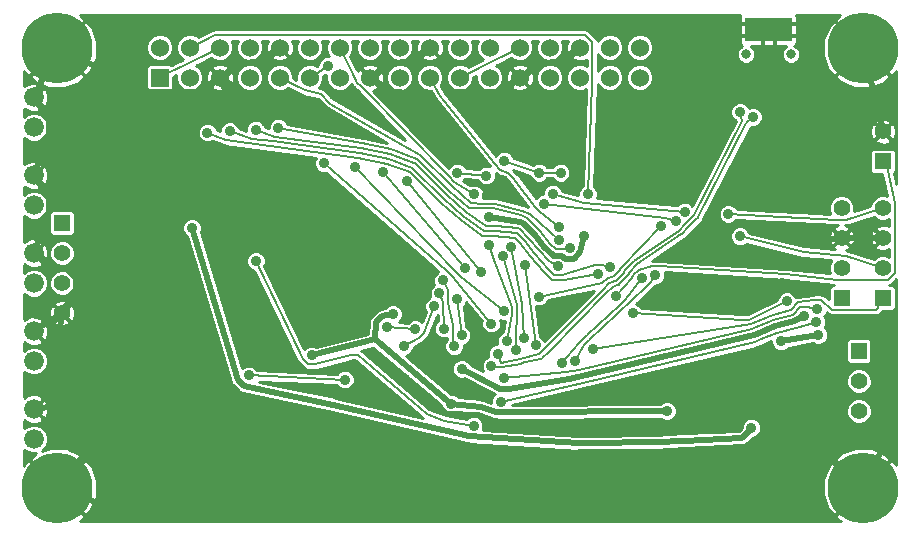
<source format=gbl>
G04 (created by PCBNEW-RS274X (2012-01-19 BZR 3256)-stable) date 16/02/2013 19:01:43*
G01*
G70*
G90*
%MOIN*%
G04 Gerber Fmt 3.4, Leading zero omitted, Abs format*
%FSLAX34Y34*%
G04 APERTURE LIST*
%ADD10C,0.006000*%
%ADD11C,0.031500*%
%ADD12R,0.039400X0.039400*%
%ADD13R,0.055100X0.055100*%
%ADD14C,0.055100*%
%ADD15R,0.055000X0.055000*%
%ADD16C,0.055000*%
%ADD17C,0.236200*%
%ADD18C,0.060000*%
%ADD19R,0.060000X0.060000*%
%ADD20C,0.066000*%
%ADD21C,0.035400*%
%ADD22C,0.019700*%
%ADD23C,0.007900*%
%ADD24C,0.010000*%
G04 APERTURE END LIST*
G54D10*
G54D11*
X63347Y-30589D03*
X64843Y-30589D03*
G54D12*
X64292Y-29566D03*
X64686Y-29960D03*
X63504Y-29960D03*
X64292Y-29960D03*
X64686Y-29566D03*
X63898Y-29566D03*
X63898Y-29960D03*
X63504Y-29566D03*
G54D13*
X66535Y-38705D03*
G54D14*
X66535Y-37705D03*
X66535Y-36705D03*
X66535Y-35705D03*
G54D13*
X67913Y-38705D03*
G54D14*
X67913Y-37705D03*
X67913Y-36705D03*
X67913Y-35705D03*
G54D15*
X67913Y-34161D03*
G54D16*
X67913Y-33161D03*
G54D17*
X67244Y-30394D03*
X40394Y-30394D03*
X40394Y-45039D03*
X67244Y-45039D03*
G54D18*
X57811Y-30366D03*
X59811Y-31366D03*
X59811Y-30366D03*
X58811Y-30366D03*
X58811Y-31366D03*
X50811Y-30366D03*
X52811Y-30366D03*
X51811Y-31366D03*
X56811Y-31366D03*
X53811Y-31366D03*
X52811Y-31366D03*
X57811Y-31366D03*
X56811Y-30366D03*
X54811Y-31366D03*
X49811Y-31366D03*
X51811Y-30366D03*
X53811Y-30366D03*
X55811Y-30366D03*
X55811Y-31366D03*
X54811Y-30366D03*
X48811Y-30366D03*
X49811Y-30366D03*
X50811Y-31366D03*
X48811Y-31366D03*
X47811Y-31366D03*
X47811Y-30366D03*
G54D19*
X43811Y-31366D03*
G54D18*
X43811Y-30366D03*
X44811Y-31366D03*
X44811Y-30366D03*
X45811Y-31366D03*
X45811Y-30366D03*
X46811Y-31366D03*
X46811Y-30366D03*
G54D15*
X67108Y-40486D03*
G54D16*
X67108Y-41486D03*
X67108Y-42486D03*
G54D13*
X40551Y-36217D03*
G54D14*
X40551Y-37217D03*
X40551Y-38217D03*
X40551Y-39217D03*
G54D20*
X39606Y-33020D03*
X39606Y-32020D03*
X39606Y-35618D03*
X39606Y-34618D03*
X39606Y-38217D03*
X39606Y-37217D03*
X39606Y-40815D03*
X39606Y-39815D03*
X39606Y-43413D03*
X39606Y-42413D03*
G54D21*
X57965Y-36661D03*
X64516Y-40161D03*
X54791Y-36020D03*
X53520Y-42232D03*
X60717Y-42480D03*
X48870Y-40626D03*
X51579Y-39244D03*
X65756Y-39945D03*
X53874Y-41075D03*
X65276Y-39315D03*
X63528Y-43039D03*
X44882Y-36374D03*
X58079Y-35248D03*
X57126Y-36783D03*
X54291Y-35260D03*
X57118Y-36350D03*
X53256Y-38114D03*
X53622Y-40319D03*
X56339Y-40291D03*
X55988Y-37622D03*
X51378Y-39669D03*
X52327Y-39752D03*
X49421Y-30965D03*
X54783Y-36929D03*
X55370Y-40150D03*
X57169Y-34539D03*
X56453Y-34539D03*
X53728Y-34539D03*
X55287Y-34134D03*
X54689Y-34630D03*
X56453Y-38665D03*
X60520Y-36327D03*
X46134Y-33154D03*
X58827Y-37685D03*
X47760Y-33039D03*
X57476Y-37047D03*
X49280Y-34220D03*
X54858Y-39567D03*
X53972Y-37728D03*
X51256Y-34528D03*
X53130Y-38551D03*
X53276Y-39732D03*
X55689Y-40445D03*
X55240Y-37327D03*
X51949Y-40307D03*
X52957Y-38984D03*
X45398Y-33201D03*
X58425Y-37921D03*
X57079Y-37654D03*
X47004Y-33102D03*
X55268Y-39138D03*
X50303Y-34331D03*
X54504Y-37850D03*
X52039Y-34819D03*
X53724Y-38744D03*
X53870Y-39953D03*
X55531Y-37004D03*
X55965Y-40051D03*
X61000Y-36150D03*
X63150Y-36654D03*
X56618Y-35567D03*
X61303Y-35839D03*
X62764Y-35913D03*
X56902Y-35236D03*
X57232Y-40890D03*
X59894Y-38059D03*
X60327Y-37957D03*
X57665Y-40807D03*
X58236Y-40406D03*
X55173Y-42173D03*
X65693Y-39512D03*
X65728Y-39079D03*
X55299Y-41378D03*
X59016Y-38642D03*
X59571Y-39213D03*
X64713Y-38819D03*
X54862Y-40976D03*
X63587Y-32673D03*
X63154Y-32512D03*
X55067Y-40567D03*
X54268Y-42965D03*
X47012Y-37480D03*
X61732Y-41181D03*
X61417Y-29528D03*
X58819Y-29528D03*
X55984Y-29528D03*
X53228Y-29528D03*
X52913Y-33071D03*
X56220Y-32283D03*
X60945Y-34646D03*
X59528Y-34646D03*
X58740Y-35118D03*
X52205Y-37402D03*
X51339Y-38504D03*
X51969Y-41417D03*
X57717Y-44409D03*
X49051Y-32205D03*
X65748Y-31811D03*
X61496Y-32283D03*
X64724Y-42362D03*
X65984Y-42362D03*
X68031Y-43465D03*
X65118Y-45512D03*
X62913Y-45512D03*
X60866Y-45748D03*
X58031Y-45748D03*
X55906Y-45748D03*
X53465Y-45669D03*
X51417Y-45748D03*
X62205Y-44094D03*
X61024Y-44331D03*
X53307Y-41102D03*
X66535Y-34252D03*
X63067Y-43020D03*
X44252Y-45669D03*
X59014Y-42970D03*
X61339Y-38268D03*
X68110Y-40000D03*
X64488Y-37402D03*
X63307Y-37323D03*
X61732Y-37165D03*
X65610Y-43622D03*
X50213Y-31780D03*
X54728Y-35272D03*
X50157Y-29528D03*
X47323Y-29528D03*
X44252Y-29528D03*
X42756Y-30236D03*
X43543Y-32598D03*
X42362Y-33228D03*
X40866Y-34331D03*
X57402Y-38976D03*
X47795Y-32283D03*
X50295Y-40913D03*
X50748Y-42000D03*
X63331Y-39134D03*
X64555Y-38217D03*
X65390Y-36886D03*
X40977Y-32596D03*
X64197Y-35209D03*
X44724Y-32677D03*
X55287Y-34831D03*
X61146Y-43114D03*
X57925Y-43193D03*
X52827Y-42272D03*
X63307Y-34173D03*
X53461Y-31854D03*
X49449Y-42626D03*
X62280Y-41642D03*
X60165Y-43161D03*
X63409Y-35205D03*
X61709Y-42350D03*
X53307Y-44567D03*
X51339Y-44409D03*
X52913Y-40315D03*
X51024Y-37008D03*
X50236Y-38189D03*
X48504Y-37638D03*
X49685Y-35669D03*
X47323Y-35118D03*
X46457Y-38425D03*
X47874Y-40630D03*
X46457Y-42441D03*
X49213Y-44173D03*
X46614Y-44094D03*
X52693Y-31925D03*
X46220Y-45591D03*
X42126Y-45669D03*
X44016Y-44173D03*
X43858Y-42205D03*
X43307Y-41024D03*
X40945Y-41339D03*
X44016Y-39921D03*
X42441Y-39764D03*
X41811Y-38189D03*
X42441Y-37559D03*
X44409Y-37480D03*
X44409Y-35827D03*
X44409Y-34882D03*
X58110Y-41969D03*
X49618Y-31933D03*
X46220Y-32283D03*
X55748Y-44567D03*
X48976Y-45591D03*
X46768Y-41295D03*
X49976Y-41433D03*
G54D22*
X65756Y-39945D02*
X64516Y-40161D01*
X55026Y-42528D02*
X54500Y-42334D01*
X56917Y-37296D02*
X56911Y-37293D01*
X57330Y-37402D02*
X57226Y-37299D01*
X57831Y-37194D02*
X57623Y-37402D01*
X57965Y-36661D02*
X57831Y-37194D01*
X50984Y-40094D02*
X48870Y-40626D01*
X51231Y-39315D02*
X51579Y-39244D01*
X51023Y-39522D02*
X51231Y-39315D01*
X50984Y-40094D02*
X51023Y-39522D01*
X56911Y-37293D02*
X56616Y-36998D01*
X57226Y-37299D02*
X56917Y-37296D01*
X57623Y-37402D02*
X57330Y-37402D01*
X54500Y-42334D02*
X53520Y-42232D01*
X55320Y-42528D02*
X55026Y-42528D01*
X60717Y-42480D02*
X55320Y-42528D01*
X53520Y-42232D02*
X50984Y-40094D01*
X55803Y-36176D02*
X54791Y-36020D01*
X55925Y-36227D02*
X55803Y-36176D01*
X56309Y-36611D02*
X55925Y-36227D01*
X56616Y-36998D02*
X56309Y-36611D01*
X64953Y-39489D02*
X65017Y-39462D01*
X53874Y-41075D02*
X55152Y-41732D01*
X63602Y-39961D02*
X63724Y-39911D01*
X57874Y-41319D02*
X63602Y-39961D01*
X64301Y-39652D02*
X64307Y-39649D01*
X64307Y-39649D02*
X64953Y-39489D01*
X65017Y-39462D02*
X65276Y-39315D01*
X57441Y-41402D02*
X57874Y-41319D01*
X63724Y-39911D02*
X64301Y-39652D01*
X55152Y-41732D02*
X55446Y-41732D01*
X55446Y-41732D02*
X57441Y-41402D01*
X57778Y-43547D02*
X58072Y-43547D01*
X58072Y-43547D02*
X60312Y-43516D01*
X46413Y-41442D02*
X46621Y-41650D01*
X63421Y-43167D02*
X63528Y-43039D01*
X60312Y-43516D02*
X61293Y-43469D01*
X54121Y-43319D02*
X57778Y-43547D01*
X44882Y-36374D02*
X46413Y-41442D01*
X49596Y-42271D02*
X54121Y-43319D01*
X46621Y-41650D02*
X49596Y-42271D01*
X63214Y-43374D02*
X63421Y-43167D01*
X61293Y-43469D02*
X63214Y-43374D01*
G54D23*
X45638Y-29948D02*
X44811Y-30366D01*
X45984Y-29948D02*
X45638Y-29948D01*
X57984Y-29948D02*
X45984Y-29948D01*
X58229Y-30193D02*
X57984Y-29948D01*
X58229Y-31193D02*
X58229Y-30193D01*
X58229Y-31539D02*
X58229Y-31193D01*
X58079Y-35248D02*
X58229Y-31539D01*
X55877Y-35802D02*
X54979Y-35567D01*
X56137Y-35909D02*
X55877Y-35802D01*
X57126Y-36783D02*
X56137Y-35909D01*
X54979Y-35567D02*
X54606Y-35567D01*
X49174Y-31909D02*
X48638Y-31784D01*
X49496Y-32229D02*
X49174Y-31909D01*
X48638Y-31784D02*
X47811Y-31366D01*
X52489Y-33958D02*
X49496Y-32229D01*
X54606Y-35567D02*
X54169Y-35555D01*
X54169Y-35555D02*
X53541Y-34993D01*
X53541Y-34993D02*
X52489Y-33958D01*
X53606Y-34835D02*
X54291Y-35260D01*
X53433Y-34662D02*
X53606Y-34835D01*
X49811Y-30366D02*
X50229Y-31193D01*
X50229Y-31193D02*
X50393Y-31539D01*
X50508Y-31657D02*
X53433Y-34662D01*
X50393Y-31539D02*
X50508Y-31657D01*
X53165Y-31977D02*
X52811Y-31366D01*
X55165Y-34429D02*
X54992Y-34256D01*
X55410Y-34535D02*
X55165Y-34429D01*
X56323Y-35689D02*
X55583Y-34708D01*
X56496Y-35862D02*
X56323Y-35689D01*
X57118Y-36350D02*
X56496Y-35862D01*
X54992Y-34256D02*
X53165Y-31977D01*
X55583Y-34708D02*
X55410Y-34535D01*
X53571Y-39610D02*
X53429Y-38866D01*
X53622Y-40319D02*
X53575Y-40075D01*
X53425Y-38429D02*
X53256Y-38114D01*
X53429Y-38866D02*
X53425Y-38429D01*
X53575Y-40075D02*
X53571Y-39610D01*
X56339Y-40291D02*
X55988Y-37622D01*
X51378Y-39669D02*
X52327Y-39752D01*
X54945Y-37449D02*
X55563Y-39015D01*
X54783Y-36929D02*
X54945Y-37449D01*
X44111Y-31184D02*
X44160Y-31184D01*
X53811Y-31366D02*
X54638Y-30948D01*
X43811Y-31366D02*
X44072Y-31184D01*
X53728Y-34539D02*
X54689Y-34630D01*
X56453Y-34539D02*
X55287Y-34134D01*
X57169Y-34539D02*
X56453Y-34539D01*
X55563Y-39260D02*
X55370Y-40150D01*
X55563Y-39015D02*
X55563Y-39260D01*
X44072Y-31184D02*
X44111Y-31184D01*
X48811Y-31366D02*
X49421Y-30965D01*
X54638Y-30948D02*
X54984Y-30784D01*
X44984Y-30784D02*
X45811Y-30366D01*
X44638Y-30948D02*
X44984Y-30784D01*
X44160Y-31184D02*
X44638Y-30948D01*
X54984Y-30784D02*
X55811Y-30366D01*
X58745Y-38049D02*
X58787Y-38031D01*
X58548Y-38217D02*
X58745Y-38049D01*
X59125Y-37799D02*
X59167Y-37699D01*
X58949Y-37981D02*
X59122Y-37807D01*
X58787Y-38031D02*
X58949Y-37981D01*
X56453Y-38665D02*
X58548Y-38217D01*
X59167Y-37699D02*
X60520Y-36327D01*
X59122Y-37807D02*
X59125Y-37799D01*
X46882Y-33398D02*
X47572Y-33493D01*
X46134Y-33154D02*
X46882Y-33398D01*
X55985Y-36816D02*
X56299Y-37210D01*
X47572Y-33493D02*
X50491Y-33878D01*
X58548Y-37626D02*
X58827Y-37685D01*
X58303Y-37626D02*
X58548Y-37626D01*
X57201Y-37949D02*
X58303Y-37626D01*
X56956Y-37949D02*
X57201Y-37949D01*
X56299Y-37210D02*
X56783Y-37776D01*
X56783Y-37776D02*
X56956Y-37949D01*
X55719Y-36551D02*
X55985Y-36816D01*
X52227Y-34366D02*
X53279Y-35400D01*
X54604Y-36473D02*
X54971Y-36476D01*
X54971Y-36476D02*
X55719Y-36551D01*
X53279Y-35400D02*
X53932Y-35987D01*
X50491Y-33878D02*
X51444Y-34074D01*
X51444Y-34074D02*
X52227Y-34366D01*
X53932Y-35987D02*
X54604Y-36473D01*
X50563Y-33562D02*
X51516Y-33759D01*
X57004Y-37079D02*
X57248Y-37079D01*
X47760Y-33039D02*
X50563Y-33562D01*
X51516Y-33759D02*
X52299Y-34050D01*
X52299Y-34050D02*
X52399Y-34092D01*
X54541Y-35724D02*
X54914Y-35724D01*
X56048Y-36043D02*
X56492Y-36488D01*
X52399Y-34092D02*
X53458Y-35133D01*
X54104Y-35713D02*
X54541Y-35724D01*
X56831Y-36906D02*
X57004Y-37079D01*
X54914Y-35724D02*
X55846Y-35960D01*
X56492Y-36488D02*
X56831Y-36906D01*
X55846Y-35960D02*
X56048Y-36043D01*
X57248Y-37079D02*
X57476Y-37047D01*
X53458Y-35133D02*
X54104Y-35713D01*
X53551Y-37992D02*
X54858Y-39567D01*
X53378Y-37819D02*
X53551Y-37992D01*
X49280Y-34220D02*
X53378Y-37819D01*
X51256Y-34528D02*
X53972Y-37728D01*
X53130Y-38551D02*
X53252Y-38862D01*
X53252Y-38862D02*
X53276Y-39732D01*
X55240Y-37327D02*
X55721Y-38950D01*
X55721Y-39326D02*
X55669Y-39929D01*
X55669Y-39929D02*
X55669Y-40174D01*
X55669Y-40174D02*
X55689Y-40445D01*
X55721Y-38950D02*
X55721Y-39326D01*
X51949Y-40307D02*
X52449Y-40047D01*
X52622Y-39874D02*
X52957Y-38984D01*
X52449Y-40047D02*
X52622Y-39874D01*
X46011Y-33449D02*
X50426Y-34035D01*
X56626Y-37841D02*
X56891Y-38107D01*
X51378Y-34232D02*
X52162Y-34523D01*
X50426Y-34035D02*
X51378Y-34232D01*
X54906Y-36634D02*
X55654Y-36708D01*
X45398Y-33201D02*
X46011Y-33449D01*
X52162Y-34523D02*
X53190Y-35534D01*
X55827Y-36882D02*
X56165Y-37299D01*
X53190Y-35534D02*
X53842Y-36121D01*
X53842Y-36121D02*
X54521Y-36613D01*
X54521Y-36613D02*
X54563Y-36631D01*
X56891Y-38107D02*
X57266Y-38107D01*
X57266Y-38107D02*
X58425Y-37921D01*
X55654Y-36708D02*
X55827Y-36882D01*
X54563Y-36631D02*
X54906Y-36634D01*
X56165Y-37299D02*
X56626Y-37841D01*
X47004Y-33102D02*
X47637Y-33335D01*
X51484Y-33917D02*
X52268Y-34208D01*
X47637Y-33335D02*
X50531Y-33720D01*
X50531Y-33720D02*
X51484Y-33917D01*
X55802Y-36411D02*
X56125Y-36733D01*
X56433Y-37121D02*
X56789Y-37477D01*
X52268Y-34208D02*
X52310Y-34226D01*
X55012Y-36318D02*
X55760Y-36393D01*
X56789Y-37477D02*
X57079Y-37654D01*
X56125Y-36733D02*
X56433Y-37121D01*
X54021Y-35853D02*
X54669Y-36315D01*
X55760Y-36393D02*
X55802Y-36411D01*
X52310Y-34226D02*
X53369Y-35266D01*
X54669Y-36315D02*
X55012Y-36318D01*
X53369Y-35266D02*
X54021Y-35853D01*
X53850Y-38024D02*
X55268Y-39138D01*
X53677Y-37851D02*
X53850Y-38024D01*
X50303Y-34331D02*
X53677Y-37851D01*
X52039Y-34819D02*
X54504Y-37850D01*
X53870Y-39953D02*
X53724Y-38744D01*
X55879Y-38909D02*
X55965Y-40051D01*
X55531Y-37004D02*
X55879Y-38909D01*
X60642Y-36031D02*
X61000Y-36150D01*
X63150Y-36654D02*
X65267Y-37181D01*
X66698Y-37311D02*
X67913Y-37705D01*
X56618Y-35567D02*
X60642Y-36031D01*
X65267Y-37181D02*
X66698Y-37311D01*
X66698Y-36099D02*
X67913Y-35705D01*
X66372Y-36099D02*
X66698Y-36099D01*
X57956Y-35544D02*
X61303Y-35839D01*
X62764Y-35913D02*
X66372Y-36099D01*
X56902Y-35236D02*
X57956Y-35544D01*
X57370Y-40685D02*
X57232Y-40890D01*
X57783Y-40218D02*
X57370Y-40685D01*
X58049Y-39952D02*
X57783Y-40218D01*
X59894Y-38059D02*
X59311Y-38764D01*
X59311Y-38764D02*
X59138Y-38937D01*
X59138Y-38937D02*
X58049Y-39952D01*
X60327Y-37957D02*
X60189Y-38181D01*
X60016Y-38355D02*
X58114Y-40110D01*
X60189Y-38181D02*
X60016Y-38355D01*
X57941Y-40283D02*
X57665Y-40807D01*
X58114Y-40110D02*
X57941Y-40283D01*
X67756Y-39029D02*
X67756Y-38981D01*
X64233Y-39275D02*
X64835Y-39114D01*
X64089Y-39334D02*
X64233Y-39275D01*
X58236Y-40406D02*
X63518Y-39587D01*
X66210Y-39099D02*
X66761Y-39099D01*
X65851Y-38783D02*
X66210Y-39099D01*
X64835Y-39114D02*
X65088Y-38862D01*
X63518Y-39587D02*
X64089Y-39334D01*
X65088Y-38862D02*
X65606Y-38783D01*
X65606Y-38783D02*
X65851Y-38783D01*
X66761Y-39099D02*
X66860Y-39099D01*
X66860Y-39099D02*
X67686Y-39099D01*
X67686Y-39099D02*
X67756Y-39029D01*
X67756Y-38981D02*
X67756Y-38941D01*
X67756Y-38941D02*
X67913Y-38705D01*
X57917Y-41536D02*
X63645Y-40178D01*
X55173Y-42173D02*
X57917Y-41536D01*
X65398Y-39610D02*
X65693Y-39512D01*
X64393Y-39866D02*
X65398Y-39610D01*
X63847Y-40095D02*
X64393Y-39866D01*
X63645Y-40178D02*
X63847Y-40095D01*
X65728Y-39079D02*
X65398Y-39019D01*
X57355Y-41185D02*
X55299Y-41378D01*
X57788Y-41103D02*
X57355Y-41185D01*
X63559Y-39745D02*
X57788Y-41103D01*
X65398Y-39019D02*
X65153Y-39019D01*
X65153Y-39019D02*
X64900Y-39272D01*
X64900Y-39272D02*
X64264Y-39432D01*
X64264Y-39432D02*
X64178Y-39468D01*
X64178Y-39468D02*
X63601Y-39727D01*
X63601Y-39727D02*
X63559Y-39745D01*
X68070Y-34397D02*
X67913Y-34161D01*
X59598Y-37937D02*
X59771Y-37764D01*
X68070Y-34485D02*
X68070Y-34436D01*
X60449Y-37661D02*
X64678Y-37921D01*
X68070Y-34436D02*
X68070Y-34397D01*
X59595Y-37945D02*
X59598Y-37937D01*
X59554Y-38045D02*
X59595Y-37945D01*
X59016Y-38642D02*
X59554Y-38045D01*
X64678Y-37921D02*
X66372Y-38099D01*
X60204Y-37661D02*
X60449Y-37661D01*
X68307Y-35542D02*
X68070Y-34485D01*
X59771Y-37764D02*
X60204Y-37661D01*
X68307Y-37542D02*
X68307Y-35542D01*
X66372Y-38099D02*
X67750Y-38099D01*
X67750Y-38099D02*
X68076Y-38099D01*
X68076Y-38099D02*
X68307Y-37868D01*
X68307Y-37868D02*
X68307Y-37542D01*
X59571Y-39213D02*
X63208Y-39429D01*
X63208Y-39429D02*
X63453Y-39429D01*
X63453Y-39429D02*
X64713Y-38819D01*
X61431Y-36359D02*
X61430Y-36361D01*
X61430Y-36361D02*
X61216Y-36574D01*
X61430Y-36361D02*
X61430Y-36361D01*
X61216Y-36574D02*
X61216Y-36574D01*
X61734Y-36049D02*
X61725Y-36057D01*
X61725Y-36057D02*
X61431Y-36359D01*
X61725Y-36057D02*
X61725Y-36057D01*
X61431Y-36359D02*
X61431Y-36359D01*
X61199Y-36589D02*
X61193Y-36593D01*
X58697Y-38542D02*
X58697Y-38542D01*
X56550Y-40721D02*
X56511Y-40742D01*
X61216Y-36574D02*
X61211Y-36579D01*
X61211Y-36579D02*
X61211Y-36579D01*
X61211Y-36579D02*
X61199Y-36589D01*
X61193Y-36593D02*
X59719Y-37593D01*
X59719Y-37593D02*
X59719Y-37593D01*
X59719Y-37593D02*
X59439Y-37876D01*
X61199Y-36589D02*
X61199Y-36589D01*
X55122Y-41018D02*
X54862Y-40976D01*
X63587Y-32673D02*
X63357Y-32886D01*
X55215Y-41018D02*
X55122Y-41018D01*
X61734Y-36049D02*
X61734Y-36049D01*
X63357Y-32886D02*
X61753Y-36019D01*
X61753Y-36019D02*
X61753Y-36019D01*
X61753Y-36019D02*
X61747Y-36029D01*
X61747Y-36029D02*
X61747Y-36029D01*
X61747Y-36029D02*
X61734Y-36049D01*
X56768Y-40502D02*
X56768Y-40502D01*
X56768Y-40502D02*
X56565Y-40705D01*
X58697Y-38542D02*
X56769Y-40501D01*
X56769Y-40501D02*
X56769Y-40501D01*
X56769Y-40501D02*
X56768Y-40502D01*
X56565Y-40705D02*
X56565Y-40705D01*
X56565Y-40705D02*
X56550Y-40721D01*
X56550Y-40721D02*
X56550Y-40721D01*
X59439Y-37876D02*
X59438Y-37888D01*
X59439Y-37876D02*
X59439Y-37876D01*
X61193Y-36593D02*
X61193Y-36593D01*
X56490Y-40747D02*
X56490Y-40747D01*
X56511Y-40742D02*
X56511Y-40742D01*
X56511Y-40742D02*
X56490Y-40747D01*
X56490Y-40747D02*
X55864Y-40895D01*
X55864Y-40895D02*
X55857Y-40897D01*
X55857Y-40897D02*
X55857Y-40897D01*
X55864Y-40895D02*
X55864Y-40895D01*
X55857Y-40897D02*
X55215Y-41018D01*
X58902Y-38338D02*
X58697Y-38542D01*
X59438Y-37888D02*
X59438Y-37888D01*
X59438Y-37888D02*
X59434Y-37914D01*
X59434Y-37914D02*
X59434Y-37914D01*
X59434Y-37914D02*
X59411Y-37960D01*
X59411Y-37960D02*
X59411Y-37960D01*
X59411Y-37960D02*
X59393Y-37979D01*
X59393Y-37979D02*
X59393Y-37979D01*
X59393Y-37979D02*
X59116Y-38255D01*
X59116Y-38255D02*
X59116Y-38255D01*
X58902Y-38338D02*
X58902Y-38338D01*
X59048Y-38295D02*
X58902Y-38338D01*
X59048Y-38295D02*
X59048Y-38295D01*
X59067Y-38290D02*
X59048Y-38295D01*
X59067Y-38290D02*
X59067Y-38290D01*
X59102Y-38270D02*
X59067Y-38290D01*
X59102Y-38270D02*
X59102Y-38270D01*
X59116Y-38255D02*
X59102Y-38270D01*
X61613Y-35947D02*
X61613Y-35947D01*
X61613Y-35947D02*
X61318Y-36249D01*
X63217Y-32814D02*
X61613Y-35947D01*
X61318Y-36249D02*
X61105Y-36463D01*
X61105Y-36463D02*
X61105Y-36463D01*
X61105Y-36463D02*
X59630Y-37463D01*
X59630Y-37463D02*
X59630Y-37463D01*
X59630Y-37463D02*
X59624Y-37467D01*
X59624Y-37467D02*
X59624Y-37467D01*
X59606Y-37483D02*
X59606Y-37483D01*
X59612Y-37477D02*
X59612Y-37477D01*
X59612Y-37477D02*
X59606Y-37483D01*
X61318Y-36249D02*
X61318Y-36249D01*
X59606Y-37483D02*
X59327Y-37766D01*
X59624Y-37467D02*
X59612Y-37477D01*
X59286Y-37830D02*
X59283Y-37856D01*
X59309Y-37784D02*
X59286Y-37830D01*
X59327Y-37766D02*
X59309Y-37784D01*
X55186Y-40864D02*
X55067Y-40567D01*
X63154Y-32512D02*
X63217Y-32814D01*
X58839Y-38192D02*
X58805Y-38212D01*
X58791Y-38226D02*
X58586Y-38431D01*
X55828Y-40742D02*
X55828Y-40742D01*
X56454Y-40594D02*
X55828Y-40742D01*
X58839Y-38192D02*
X58839Y-38192D01*
X56657Y-40391D02*
X56454Y-40594D01*
X56657Y-40391D02*
X56657Y-40391D01*
X58585Y-38432D02*
X56657Y-40391D01*
X58585Y-38432D02*
X58585Y-38432D01*
X58586Y-38431D02*
X58585Y-38432D01*
X58586Y-38431D02*
X58586Y-38431D01*
X58805Y-38212D02*
X58805Y-38212D01*
X58791Y-38226D02*
X58791Y-38226D01*
X58805Y-38212D02*
X58791Y-38226D01*
X56454Y-40594D02*
X56454Y-40594D01*
X59286Y-37830D02*
X59286Y-37830D01*
X55828Y-40742D02*
X55186Y-40864D01*
X59309Y-37784D02*
X59309Y-37784D01*
X59327Y-37766D02*
X59327Y-37766D01*
X58858Y-38186D02*
X58839Y-38192D01*
X58858Y-38186D02*
X58858Y-38186D01*
X59005Y-38144D02*
X58858Y-38186D01*
X59005Y-38144D02*
X59005Y-38144D01*
X59281Y-37867D02*
X59005Y-38144D01*
X59281Y-37867D02*
X59281Y-37867D01*
X59283Y-37856D02*
X59281Y-37867D01*
X59283Y-37856D02*
X59283Y-37856D01*
X50173Y-40618D02*
X50418Y-40618D01*
X47012Y-37480D02*
X48575Y-40748D01*
X48992Y-40921D02*
X50173Y-40618D01*
X53299Y-42804D02*
X54268Y-42965D01*
X52704Y-42567D02*
X53299Y-42804D01*
X48575Y-40748D02*
X48748Y-40921D01*
X48748Y-40921D02*
X48992Y-40921D01*
X50418Y-40618D02*
X52704Y-42567D01*
G54D22*
X45811Y-31366D02*
X46613Y-31843D01*
X56613Y-30889D02*
X57009Y-30843D01*
X57009Y-30843D02*
X57811Y-30366D01*
X53465Y-45669D02*
X55906Y-45748D01*
X55906Y-45748D02*
X55748Y-44567D01*
X55906Y-45748D02*
X58031Y-45748D01*
X58031Y-45748D02*
X57717Y-44409D01*
X58031Y-45748D02*
X60866Y-45748D01*
X60866Y-45748D02*
X62913Y-45512D01*
X61024Y-44331D02*
X60866Y-45748D01*
X62205Y-44094D02*
X62913Y-45512D01*
X62913Y-45512D02*
X65118Y-45512D01*
X68031Y-43465D02*
X67244Y-45039D01*
X64724Y-42362D02*
X65984Y-42362D01*
X65984Y-42362D02*
X65610Y-43622D01*
X68031Y-43465D02*
X68110Y-40000D01*
X61732Y-41181D02*
X62280Y-41642D01*
X63307Y-37323D02*
X64488Y-37402D01*
X58740Y-35118D02*
X59528Y-34646D01*
X47874Y-40630D02*
X46457Y-38425D01*
X50236Y-38189D02*
X48504Y-37638D01*
X50236Y-38189D02*
X51339Y-38504D01*
X51339Y-38504D02*
X52205Y-37402D01*
X53307Y-41102D02*
X52913Y-40315D01*
X59026Y-43177D02*
X57925Y-43193D01*
X59026Y-43177D02*
X59014Y-42970D01*
X61709Y-42350D02*
X61146Y-43114D01*
X45009Y-31843D02*
X44785Y-31843D01*
X57925Y-43193D02*
X54941Y-42804D01*
X49618Y-31933D02*
X50009Y-31843D01*
X50009Y-31843D02*
X50213Y-31780D01*
X52693Y-31925D02*
X51613Y-31843D01*
X51613Y-31843D02*
X50811Y-31366D01*
X62280Y-41642D02*
X61709Y-42350D01*
X54941Y-42804D02*
X54415Y-42610D01*
X54415Y-42610D02*
X53373Y-42587D01*
X53373Y-42587D02*
X52827Y-42272D01*
X61146Y-43114D02*
X60165Y-43161D01*
X61146Y-43114D02*
X63067Y-43020D01*
X63067Y-43020D02*
X63173Y-42893D01*
X63173Y-42893D02*
X63381Y-42685D01*
X63381Y-42685D02*
X63674Y-42685D01*
X63674Y-42685D02*
X65610Y-43622D01*
X50748Y-42000D02*
X50295Y-40913D01*
X49449Y-42626D02*
X46473Y-43120D01*
X45811Y-31366D02*
X45009Y-31843D01*
X60165Y-43161D02*
X59026Y-43177D01*
X59528Y-34646D02*
X60945Y-34646D01*
X53465Y-45669D02*
X53307Y-44567D01*
X63409Y-35205D02*
X64197Y-35209D01*
X54728Y-35272D02*
X55287Y-34831D01*
X64555Y-38217D02*
X63331Y-39134D01*
X46613Y-31843D02*
X47795Y-32283D01*
X66535Y-36705D02*
X65390Y-36886D01*
X47795Y-32283D02*
X49051Y-32205D01*
X44785Y-31843D02*
X44184Y-31843D01*
X44184Y-31843D02*
X44038Y-31843D01*
X46613Y-30889D02*
X47009Y-30843D01*
X43438Y-31843D02*
X40394Y-30394D01*
X44785Y-31843D02*
X44724Y-32677D01*
X45811Y-31366D02*
X46220Y-32283D01*
X44409Y-34882D02*
X44409Y-35827D01*
X44409Y-35827D02*
X44409Y-37480D01*
X44409Y-37480D02*
X42441Y-37559D01*
X42441Y-37559D02*
X41811Y-38189D01*
X41811Y-38189D02*
X41004Y-38029D01*
X41004Y-38029D02*
X41004Y-38405D01*
X41004Y-38405D02*
X40551Y-39217D01*
X45811Y-31366D02*
X46613Y-30889D01*
X40945Y-41339D02*
X42441Y-39764D01*
X42441Y-39764D02*
X43307Y-41024D01*
X43307Y-41024D02*
X44016Y-39921D01*
X43307Y-41024D02*
X43858Y-42205D01*
X43858Y-42205D02*
X46457Y-42441D01*
X46473Y-43120D02*
X41264Y-43984D01*
X46473Y-43120D02*
X46614Y-44094D01*
X40394Y-45039D02*
X42126Y-45669D01*
X42126Y-45669D02*
X44252Y-45669D01*
X44252Y-45669D02*
X46220Y-45591D01*
X46220Y-45591D02*
X48976Y-45591D01*
X48976Y-45591D02*
X49213Y-44173D01*
X48976Y-45591D02*
X51417Y-45748D01*
X51417Y-45748D02*
X51339Y-44409D01*
X51417Y-45748D02*
X53465Y-45669D01*
X67244Y-45039D02*
X65610Y-43622D01*
X47009Y-30843D02*
X47811Y-30366D01*
X50811Y-31366D02*
X51613Y-30889D01*
X51613Y-30889D02*
X52009Y-30843D01*
X52009Y-30843D02*
X52811Y-30366D01*
X55811Y-31366D02*
X55009Y-31843D01*
X55009Y-31843D02*
X53461Y-31854D01*
X55811Y-31366D02*
X56613Y-30889D01*
X66535Y-36705D02*
X67913Y-36705D01*
X47323Y-35118D02*
X44409Y-34882D01*
X44038Y-31843D02*
X43438Y-31843D01*
X40394Y-45039D02*
X41264Y-43984D01*
X39606Y-42413D02*
X40114Y-42343D01*
X39606Y-34618D02*
X40112Y-35406D01*
X39606Y-37217D02*
X40363Y-37670D01*
X39606Y-39815D02*
X40551Y-39217D01*
X40113Y-35826D02*
X39606Y-37217D01*
X40114Y-42343D02*
X41264Y-43984D01*
X40363Y-37670D02*
X40739Y-37764D01*
X40739Y-37764D02*
X41004Y-38029D01*
X39606Y-32020D02*
X40394Y-30394D01*
X67913Y-33161D02*
X67244Y-30394D01*
X40113Y-35410D02*
X40113Y-35826D01*
X40112Y-35406D02*
X40113Y-35410D01*
X40551Y-39217D02*
X40114Y-42343D01*
X40113Y-33228D02*
X39606Y-34618D01*
X40113Y-32812D02*
X40113Y-33228D01*
X40112Y-32808D02*
X40113Y-32812D01*
X39606Y-32020D02*
X40112Y-32808D01*
G54D23*
X46768Y-41295D02*
X49976Y-41433D01*
G54D10*
G36*
X51986Y-33448D02*
X49611Y-32077D01*
X49307Y-31775D01*
X49293Y-31765D01*
X49283Y-31755D01*
X49265Y-31746D01*
X49246Y-31734D01*
X49229Y-31730D01*
X49217Y-31725D01*
X49111Y-31700D01*
X49191Y-31621D01*
X49260Y-31456D01*
X49260Y-31297D01*
X49302Y-31269D01*
X49356Y-31292D01*
X49362Y-31292D01*
X49362Y-31455D01*
X49430Y-31620D01*
X49556Y-31746D01*
X49721Y-31815D01*
X49900Y-31815D01*
X50065Y-31747D01*
X50191Y-31621D01*
X50205Y-31585D01*
X50216Y-31607D01*
X50217Y-31610D01*
X50219Y-31613D01*
X50222Y-31619D01*
X50232Y-31633D01*
X50258Y-31671D01*
X50372Y-31788D01*
X50373Y-31789D01*
X51986Y-33448D01*
X51986Y-33448D01*
G37*
G54D24*
X51986Y-33448D02*
X49611Y-32077D01*
X49307Y-31775D01*
X49293Y-31765D01*
X49283Y-31755D01*
X49265Y-31746D01*
X49246Y-31734D01*
X49229Y-31730D01*
X49217Y-31725D01*
X49111Y-31700D01*
X49191Y-31621D01*
X49260Y-31456D01*
X49260Y-31297D01*
X49302Y-31269D01*
X49356Y-31292D01*
X49362Y-31292D01*
X49362Y-31455D01*
X49430Y-31620D01*
X49556Y-31746D01*
X49721Y-31815D01*
X49900Y-31815D01*
X50065Y-31747D01*
X50191Y-31621D01*
X50205Y-31585D01*
X50216Y-31607D01*
X50217Y-31610D01*
X50219Y-31613D01*
X50222Y-31619D01*
X50232Y-31633D01*
X50258Y-31671D01*
X50372Y-31788D01*
X50373Y-31789D01*
X51986Y-33448D01*
G54D10*
G36*
X55325Y-39465D02*
X55241Y-39849D01*
X55185Y-39873D01*
X55093Y-39965D01*
X55043Y-40085D01*
X55043Y-40215D01*
X55053Y-40240D01*
X55002Y-40240D01*
X54882Y-40290D01*
X54790Y-40382D01*
X54740Y-40502D01*
X54740Y-40632D01*
X54754Y-40666D01*
X54677Y-40699D01*
X54585Y-40791D01*
X54535Y-40911D01*
X54535Y-41041D01*
X54585Y-41161D01*
X54176Y-40951D01*
X54151Y-40890D01*
X54059Y-40798D01*
X53939Y-40748D01*
X53809Y-40748D01*
X53689Y-40798D01*
X53597Y-40890D01*
X53547Y-41010D01*
X53547Y-41140D01*
X53597Y-41260D01*
X53689Y-41352D01*
X53809Y-41402D01*
X53939Y-41402D01*
X53954Y-41395D01*
X54967Y-41916D01*
X54896Y-41988D01*
X54846Y-42108D01*
X54846Y-42197D01*
X54586Y-42101D01*
X54555Y-42096D01*
X54525Y-42087D01*
X53757Y-42007D01*
X53705Y-41955D01*
X53585Y-41905D01*
X53519Y-41905D01*
X52010Y-40634D01*
X52014Y-40634D01*
X52134Y-40584D01*
X52226Y-40492D01*
X52276Y-40372D01*
X52276Y-40350D01*
X52522Y-40222D01*
X52536Y-40215D01*
X52553Y-40200D01*
X52583Y-40181D01*
X52593Y-40169D01*
X52755Y-40008D01*
X52756Y-40005D01*
X52760Y-40003D01*
X52779Y-39972D01*
X52796Y-39947D01*
X52796Y-39943D01*
X52799Y-39940D01*
X53037Y-39304D01*
X53074Y-39289D01*
X53079Y-39466D01*
X52999Y-39547D01*
X52949Y-39667D01*
X52949Y-39797D01*
X52999Y-39917D01*
X53091Y-40009D01*
X53211Y-40059D01*
X53341Y-40059D01*
X53385Y-40040D01*
X53386Y-40077D01*
X53388Y-40090D01*
X53345Y-40134D01*
X53295Y-40254D01*
X53295Y-40384D01*
X53345Y-40504D01*
X53437Y-40596D01*
X53557Y-40646D01*
X53687Y-40646D01*
X53807Y-40596D01*
X53899Y-40504D01*
X53949Y-40384D01*
X53949Y-40274D01*
X54055Y-40230D01*
X54147Y-40138D01*
X54197Y-40018D01*
X54197Y-39888D01*
X54147Y-39768D01*
X54055Y-39676D01*
X54025Y-39663D01*
X53944Y-38985D01*
X54001Y-38929D01*
X54028Y-38862D01*
X54540Y-39479D01*
X54531Y-39502D01*
X54531Y-39632D01*
X54581Y-39752D01*
X54673Y-39844D01*
X54793Y-39894D01*
X54923Y-39894D01*
X55043Y-39844D01*
X55135Y-39752D01*
X55185Y-39632D01*
X55185Y-39502D01*
X55162Y-39448D01*
X55203Y-39465D01*
X55325Y-39465D01*
X55325Y-39465D01*
G37*
G54D24*
X55325Y-39465D02*
X55241Y-39849D01*
X55185Y-39873D01*
X55093Y-39965D01*
X55043Y-40085D01*
X55043Y-40215D01*
X55053Y-40240D01*
X55002Y-40240D01*
X54882Y-40290D01*
X54790Y-40382D01*
X54740Y-40502D01*
X54740Y-40632D01*
X54754Y-40666D01*
X54677Y-40699D01*
X54585Y-40791D01*
X54535Y-40911D01*
X54535Y-41041D01*
X54585Y-41161D01*
X54176Y-40951D01*
X54151Y-40890D01*
X54059Y-40798D01*
X53939Y-40748D01*
X53809Y-40748D01*
X53689Y-40798D01*
X53597Y-40890D01*
X53547Y-41010D01*
X53547Y-41140D01*
X53597Y-41260D01*
X53689Y-41352D01*
X53809Y-41402D01*
X53939Y-41402D01*
X53954Y-41395D01*
X54967Y-41916D01*
X54896Y-41988D01*
X54846Y-42108D01*
X54846Y-42197D01*
X54586Y-42101D01*
X54555Y-42096D01*
X54525Y-42087D01*
X53757Y-42007D01*
X53705Y-41955D01*
X53585Y-41905D01*
X53519Y-41905D01*
X52010Y-40634D01*
X52014Y-40634D01*
X52134Y-40584D01*
X52226Y-40492D01*
X52276Y-40372D01*
X52276Y-40350D01*
X52522Y-40222D01*
X52536Y-40215D01*
X52553Y-40200D01*
X52583Y-40181D01*
X52593Y-40169D01*
X52755Y-40008D01*
X52756Y-40005D01*
X52760Y-40003D01*
X52779Y-39972D01*
X52796Y-39947D01*
X52796Y-39943D01*
X52799Y-39940D01*
X53037Y-39304D01*
X53074Y-39289D01*
X53079Y-39466D01*
X52999Y-39547D01*
X52949Y-39667D01*
X52949Y-39797D01*
X52999Y-39917D01*
X53091Y-40009D01*
X53211Y-40059D01*
X53341Y-40059D01*
X53385Y-40040D01*
X53386Y-40077D01*
X53388Y-40090D01*
X53345Y-40134D01*
X53295Y-40254D01*
X53295Y-40384D01*
X53345Y-40504D01*
X53437Y-40596D01*
X53557Y-40646D01*
X53687Y-40646D01*
X53807Y-40596D01*
X53899Y-40504D01*
X53949Y-40384D01*
X53949Y-40274D01*
X54055Y-40230D01*
X54147Y-40138D01*
X54197Y-40018D01*
X54197Y-39888D01*
X54147Y-39768D01*
X54055Y-39676D01*
X54025Y-39663D01*
X53944Y-38985D01*
X54001Y-38929D01*
X54028Y-38862D01*
X54540Y-39479D01*
X54531Y-39502D01*
X54531Y-39632D01*
X54581Y-39752D01*
X54673Y-39844D01*
X54793Y-39894D01*
X54923Y-39894D01*
X55043Y-39844D01*
X55135Y-39752D01*
X55185Y-39632D01*
X55185Y-39502D01*
X55162Y-39448D01*
X55203Y-39465D01*
X55325Y-39465D01*
G54D10*
G36*
X56079Y-35680D02*
X55949Y-35627D01*
X55933Y-35623D01*
X55925Y-35620D01*
X55027Y-35384D01*
X55000Y-35382D01*
X54979Y-35378D01*
X54611Y-35378D01*
X54596Y-35377D01*
X54618Y-35325D01*
X54618Y-35195D01*
X54568Y-35075D01*
X54476Y-34983D01*
X54356Y-34933D01*
X54226Y-34933D01*
X54164Y-34958D01*
X53921Y-34807D01*
X53976Y-34752D01*
X54402Y-34792D01*
X54412Y-34815D01*
X54504Y-34907D01*
X54624Y-34957D01*
X54754Y-34957D01*
X54874Y-34907D01*
X54966Y-34815D01*
X55016Y-34695D01*
X55016Y-34565D01*
X55003Y-34534D01*
X55027Y-34558D01*
X55029Y-34561D01*
X55031Y-34562D01*
X55090Y-34602D01*
X55091Y-34602D01*
X55092Y-34603D01*
X55300Y-34693D01*
X55438Y-34830D01*
X56079Y-35680D01*
X56079Y-35680D01*
G37*
G54D24*
X56079Y-35680D02*
X55949Y-35627D01*
X55933Y-35623D01*
X55925Y-35620D01*
X55027Y-35384D01*
X55000Y-35382D01*
X54979Y-35378D01*
X54611Y-35378D01*
X54596Y-35377D01*
X54618Y-35325D01*
X54618Y-35195D01*
X54568Y-35075D01*
X54476Y-34983D01*
X54356Y-34933D01*
X54226Y-34933D01*
X54164Y-34958D01*
X53921Y-34807D01*
X53976Y-34752D01*
X54402Y-34792D01*
X54412Y-34815D01*
X54504Y-34907D01*
X54624Y-34957D01*
X54754Y-34957D01*
X54874Y-34907D01*
X54966Y-34815D01*
X55016Y-34695D01*
X55016Y-34565D01*
X55003Y-34534D01*
X55027Y-34558D01*
X55029Y-34561D01*
X55031Y-34562D01*
X55090Y-34602D01*
X55091Y-34602D01*
X55092Y-34603D01*
X55300Y-34693D01*
X55438Y-34830D01*
X56079Y-35680D01*
G54D10*
G36*
X58040Y-30975D02*
X57901Y-30917D01*
X57722Y-30917D01*
X57557Y-30985D01*
X57431Y-31111D01*
X57362Y-31276D01*
X57362Y-31455D01*
X57430Y-31620D01*
X57556Y-31746D01*
X57721Y-31815D01*
X57900Y-31815D01*
X58029Y-31761D01*
X57900Y-34968D01*
X57894Y-34971D01*
X57802Y-35063D01*
X57752Y-35183D01*
X57752Y-35287D01*
X57211Y-35130D01*
X57179Y-35051D01*
X57087Y-34959D01*
X56967Y-34909D01*
X56837Y-34909D01*
X56717Y-34959D01*
X56625Y-35051D01*
X56575Y-35171D01*
X56575Y-35240D01*
X56553Y-35240D01*
X56433Y-35290D01*
X56341Y-35382D01*
X56336Y-35393D01*
X55734Y-34594D01*
X55722Y-34583D01*
X55716Y-34574D01*
X55577Y-34434D01*
X56136Y-34629D01*
X56176Y-34724D01*
X56268Y-34816D01*
X56388Y-34866D01*
X56518Y-34866D01*
X56638Y-34816D01*
X56726Y-34728D01*
X56896Y-34728D01*
X56984Y-34816D01*
X57104Y-34866D01*
X57234Y-34866D01*
X57354Y-34816D01*
X57446Y-34724D01*
X57496Y-34604D01*
X57496Y-34474D01*
X57446Y-34354D01*
X57354Y-34262D01*
X57260Y-34222D01*
X57260Y-31456D01*
X57260Y-31277D01*
X57192Y-31112D01*
X57066Y-30986D01*
X56901Y-30917D01*
X56722Y-30917D01*
X56557Y-30985D01*
X56431Y-31111D01*
X56362Y-31276D01*
X56362Y-31455D01*
X56430Y-31620D01*
X56556Y-31746D01*
X56721Y-31815D01*
X56900Y-31815D01*
X57065Y-31747D01*
X57191Y-31621D01*
X57260Y-31456D01*
X57260Y-34222D01*
X57234Y-34212D01*
X57104Y-34212D01*
X56984Y-34262D01*
X56896Y-34350D01*
X56726Y-34350D01*
X56638Y-34262D01*
X56518Y-34212D01*
X56388Y-34212D01*
X56272Y-34260D01*
X56272Y-31284D01*
X56206Y-31114D01*
X56194Y-31099D01*
X56118Y-31072D01*
X56105Y-31085D01*
X56105Y-31059D01*
X56078Y-30983D01*
X55911Y-30909D01*
X55729Y-30905D01*
X55559Y-30971D01*
X55544Y-30983D01*
X55517Y-31059D01*
X55811Y-31353D01*
X56105Y-31059D01*
X56105Y-31085D01*
X55824Y-31366D01*
X56118Y-31660D01*
X56194Y-31633D01*
X56268Y-31466D01*
X56272Y-31284D01*
X56272Y-34260D01*
X56268Y-34262D01*
X56258Y-34271D01*
X56105Y-34217D01*
X56105Y-31673D01*
X55811Y-31379D01*
X55798Y-31392D01*
X55798Y-31366D01*
X55504Y-31072D01*
X55428Y-31099D01*
X55354Y-31266D01*
X55350Y-31448D01*
X55416Y-31618D01*
X55428Y-31633D01*
X55504Y-31660D01*
X55798Y-31366D01*
X55798Y-31392D01*
X55517Y-31673D01*
X55544Y-31749D01*
X55711Y-31823D01*
X55893Y-31827D01*
X56063Y-31761D01*
X56078Y-31749D01*
X56105Y-31673D01*
X56105Y-34217D01*
X55603Y-34044D01*
X55564Y-33949D01*
X55472Y-33857D01*
X55352Y-33807D01*
X55222Y-33807D01*
X55102Y-33857D01*
X55010Y-33949D01*
X55002Y-33968D01*
X53322Y-31871D01*
X53182Y-31629D01*
X53191Y-31621D01*
X53260Y-31456D01*
X53260Y-31277D01*
X53192Y-31112D01*
X53105Y-31025D01*
X53105Y-30673D01*
X52811Y-30379D01*
X52517Y-30673D01*
X52544Y-30749D01*
X52711Y-30823D01*
X52893Y-30827D01*
X53063Y-30761D01*
X53078Y-30749D01*
X53105Y-30673D01*
X53105Y-31025D01*
X53066Y-30986D01*
X52901Y-30917D01*
X52722Y-30917D01*
X52557Y-30985D01*
X52431Y-31111D01*
X52362Y-31276D01*
X52362Y-31455D01*
X52430Y-31620D01*
X52556Y-31746D01*
X52721Y-31815D01*
X52852Y-31815D01*
X53002Y-32072D01*
X53009Y-32080D01*
X53017Y-32095D01*
X54802Y-34323D01*
X54754Y-34303D01*
X54624Y-34303D01*
X54504Y-34353D01*
X54440Y-34416D01*
X54014Y-34376D01*
X54005Y-34354D01*
X53913Y-34262D01*
X53793Y-34212D01*
X53663Y-34212D01*
X53543Y-34262D01*
X53451Y-34354D01*
X53434Y-34394D01*
X52260Y-33187D01*
X52260Y-31456D01*
X52260Y-31277D01*
X52192Y-31112D01*
X52066Y-30986D01*
X51901Y-30917D01*
X51722Y-30917D01*
X51557Y-30985D01*
X51431Y-31111D01*
X51362Y-31276D01*
X51362Y-31455D01*
X51430Y-31620D01*
X51556Y-31746D01*
X51721Y-31815D01*
X51900Y-31815D01*
X52065Y-31747D01*
X52191Y-31621D01*
X52260Y-31456D01*
X52260Y-33187D01*
X51272Y-32171D01*
X51272Y-31284D01*
X51206Y-31114D01*
X51194Y-31099D01*
X51118Y-31072D01*
X51105Y-31085D01*
X51105Y-31059D01*
X51078Y-30983D01*
X50911Y-30909D01*
X50729Y-30905D01*
X50559Y-30971D01*
X50544Y-30983D01*
X50517Y-31059D01*
X50811Y-31353D01*
X51105Y-31059D01*
X51105Y-31085D01*
X50824Y-31366D01*
X51118Y-31660D01*
X51194Y-31633D01*
X51268Y-31466D01*
X51272Y-31284D01*
X51272Y-32171D01*
X50924Y-31814D01*
X51063Y-31761D01*
X51078Y-31749D01*
X51105Y-31673D01*
X50846Y-31414D01*
X50811Y-31379D01*
X50798Y-31366D01*
X50763Y-31331D01*
X50504Y-31072D01*
X50428Y-31099D01*
X50411Y-31136D01*
X50400Y-31112D01*
X50397Y-31108D01*
X50397Y-31107D01*
X50164Y-30647D01*
X50191Y-30621D01*
X50260Y-30456D01*
X50260Y-30277D01*
X50202Y-30137D01*
X50420Y-30137D01*
X50362Y-30276D01*
X50362Y-30455D01*
X50430Y-30620D01*
X50556Y-30746D01*
X50721Y-30815D01*
X50900Y-30815D01*
X51065Y-30747D01*
X51191Y-30621D01*
X51260Y-30456D01*
X51260Y-30277D01*
X51202Y-30137D01*
X51420Y-30137D01*
X51362Y-30276D01*
X51362Y-30455D01*
X51430Y-30620D01*
X51556Y-30746D01*
X51721Y-30815D01*
X51900Y-30815D01*
X52065Y-30747D01*
X52191Y-30621D01*
X52260Y-30456D01*
X52260Y-30277D01*
X52202Y-30137D01*
X52411Y-30137D01*
X52354Y-30266D01*
X52350Y-30448D01*
X52416Y-30618D01*
X52428Y-30633D01*
X52504Y-30660D01*
X52763Y-30401D01*
X52798Y-30366D01*
X52811Y-30353D01*
X52824Y-30366D01*
X52859Y-30401D01*
X53118Y-30660D01*
X53194Y-30633D01*
X53268Y-30466D01*
X53272Y-30284D01*
X53214Y-30137D01*
X53420Y-30137D01*
X53362Y-30276D01*
X53362Y-30455D01*
X53430Y-30620D01*
X53556Y-30746D01*
X53721Y-30815D01*
X53900Y-30815D01*
X54065Y-30747D01*
X54191Y-30621D01*
X54260Y-30456D01*
X54260Y-30277D01*
X54202Y-30137D01*
X54420Y-30137D01*
X54362Y-30276D01*
X54362Y-30455D01*
X54430Y-30620D01*
X54556Y-30746D01*
X54591Y-30760D01*
X54557Y-30777D01*
X54553Y-30779D01*
X54552Y-30780D01*
X54092Y-31012D01*
X54066Y-30986D01*
X53901Y-30917D01*
X53722Y-30917D01*
X53557Y-30985D01*
X53431Y-31111D01*
X53362Y-31276D01*
X53362Y-31455D01*
X53430Y-31620D01*
X53556Y-31746D01*
X53721Y-31815D01*
X53900Y-31815D01*
X54065Y-31747D01*
X54191Y-31621D01*
X54260Y-31456D01*
X54260Y-31351D01*
X54362Y-31299D01*
X54362Y-31455D01*
X54430Y-31620D01*
X54556Y-31746D01*
X54721Y-31815D01*
X54900Y-31815D01*
X55065Y-31747D01*
X55191Y-31621D01*
X55260Y-31456D01*
X55260Y-31277D01*
X55192Y-31112D01*
X55066Y-30986D01*
X55030Y-30971D01*
X55064Y-30955D01*
X55065Y-30954D01*
X55069Y-30953D01*
X55529Y-30719D01*
X55556Y-30746D01*
X55721Y-30815D01*
X55900Y-30815D01*
X56065Y-30747D01*
X56191Y-30621D01*
X56260Y-30456D01*
X56260Y-30277D01*
X56202Y-30137D01*
X56420Y-30137D01*
X56362Y-30276D01*
X56362Y-30455D01*
X56430Y-30620D01*
X56556Y-30746D01*
X56721Y-30815D01*
X56900Y-30815D01*
X57065Y-30747D01*
X57191Y-30621D01*
X57260Y-30456D01*
X57260Y-30277D01*
X57202Y-30137D01*
X57411Y-30137D01*
X57354Y-30266D01*
X57350Y-30448D01*
X57416Y-30618D01*
X57428Y-30633D01*
X57504Y-30660D01*
X57763Y-30401D01*
X57798Y-30366D01*
X57811Y-30353D01*
X57824Y-30366D01*
X57811Y-30379D01*
X57776Y-30414D01*
X57517Y-30673D01*
X57544Y-30749D01*
X57711Y-30823D01*
X57893Y-30827D01*
X58040Y-30769D01*
X58040Y-30975D01*
X58040Y-30975D01*
G37*
G54D24*
X58040Y-30975D02*
X57901Y-30917D01*
X57722Y-30917D01*
X57557Y-30985D01*
X57431Y-31111D01*
X57362Y-31276D01*
X57362Y-31455D01*
X57430Y-31620D01*
X57556Y-31746D01*
X57721Y-31815D01*
X57900Y-31815D01*
X58029Y-31761D01*
X57900Y-34968D01*
X57894Y-34971D01*
X57802Y-35063D01*
X57752Y-35183D01*
X57752Y-35287D01*
X57211Y-35130D01*
X57179Y-35051D01*
X57087Y-34959D01*
X56967Y-34909D01*
X56837Y-34909D01*
X56717Y-34959D01*
X56625Y-35051D01*
X56575Y-35171D01*
X56575Y-35240D01*
X56553Y-35240D01*
X56433Y-35290D01*
X56341Y-35382D01*
X56336Y-35393D01*
X55734Y-34594D01*
X55722Y-34583D01*
X55716Y-34574D01*
X55577Y-34434D01*
X56136Y-34629D01*
X56176Y-34724D01*
X56268Y-34816D01*
X56388Y-34866D01*
X56518Y-34866D01*
X56638Y-34816D01*
X56726Y-34728D01*
X56896Y-34728D01*
X56984Y-34816D01*
X57104Y-34866D01*
X57234Y-34866D01*
X57354Y-34816D01*
X57446Y-34724D01*
X57496Y-34604D01*
X57496Y-34474D01*
X57446Y-34354D01*
X57354Y-34262D01*
X57260Y-34222D01*
X57260Y-31456D01*
X57260Y-31277D01*
X57192Y-31112D01*
X57066Y-30986D01*
X56901Y-30917D01*
X56722Y-30917D01*
X56557Y-30985D01*
X56431Y-31111D01*
X56362Y-31276D01*
X56362Y-31455D01*
X56430Y-31620D01*
X56556Y-31746D01*
X56721Y-31815D01*
X56900Y-31815D01*
X57065Y-31747D01*
X57191Y-31621D01*
X57260Y-31456D01*
X57260Y-34222D01*
X57234Y-34212D01*
X57104Y-34212D01*
X56984Y-34262D01*
X56896Y-34350D01*
X56726Y-34350D01*
X56638Y-34262D01*
X56518Y-34212D01*
X56388Y-34212D01*
X56272Y-34260D01*
X56272Y-31284D01*
X56206Y-31114D01*
X56194Y-31099D01*
X56118Y-31072D01*
X56105Y-31085D01*
X56105Y-31059D01*
X56078Y-30983D01*
X55911Y-30909D01*
X55729Y-30905D01*
X55559Y-30971D01*
X55544Y-30983D01*
X55517Y-31059D01*
X55811Y-31353D01*
X56105Y-31059D01*
X56105Y-31085D01*
X55824Y-31366D01*
X56118Y-31660D01*
X56194Y-31633D01*
X56268Y-31466D01*
X56272Y-31284D01*
X56272Y-34260D01*
X56268Y-34262D01*
X56258Y-34271D01*
X56105Y-34217D01*
X56105Y-31673D01*
X55811Y-31379D01*
X55798Y-31392D01*
X55798Y-31366D01*
X55504Y-31072D01*
X55428Y-31099D01*
X55354Y-31266D01*
X55350Y-31448D01*
X55416Y-31618D01*
X55428Y-31633D01*
X55504Y-31660D01*
X55798Y-31366D01*
X55798Y-31392D01*
X55517Y-31673D01*
X55544Y-31749D01*
X55711Y-31823D01*
X55893Y-31827D01*
X56063Y-31761D01*
X56078Y-31749D01*
X56105Y-31673D01*
X56105Y-34217D01*
X55603Y-34044D01*
X55564Y-33949D01*
X55472Y-33857D01*
X55352Y-33807D01*
X55222Y-33807D01*
X55102Y-33857D01*
X55010Y-33949D01*
X55002Y-33968D01*
X53322Y-31871D01*
X53182Y-31629D01*
X53191Y-31621D01*
X53260Y-31456D01*
X53260Y-31277D01*
X53192Y-31112D01*
X53105Y-31025D01*
X53105Y-30673D01*
X52811Y-30379D01*
X52517Y-30673D01*
X52544Y-30749D01*
X52711Y-30823D01*
X52893Y-30827D01*
X53063Y-30761D01*
X53078Y-30749D01*
X53105Y-30673D01*
X53105Y-31025D01*
X53066Y-30986D01*
X52901Y-30917D01*
X52722Y-30917D01*
X52557Y-30985D01*
X52431Y-31111D01*
X52362Y-31276D01*
X52362Y-31455D01*
X52430Y-31620D01*
X52556Y-31746D01*
X52721Y-31815D01*
X52852Y-31815D01*
X53002Y-32072D01*
X53009Y-32080D01*
X53017Y-32095D01*
X54802Y-34323D01*
X54754Y-34303D01*
X54624Y-34303D01*
X54504Y-34353D01*
X54440Y-34416D01*
X54014Y-34376D01*
X54005Y-34354D01*
X53913Y-34262D01*
X53793Y-34212D01*
X53663Y-34212D01*
X53543Y-34262D01*
X53451Y-34354D01*
X53434Y-34394D01*
X52260Y-33187D01*
X52260Y-31456D01*
X52260Y-31277D01*
X52192Y-31112D01*
X52066Y-30986D01*
X51901Y-30917D01*
X51722Y-30917D01*
X51557Y-30985D01*
X51431Y-31111D01*
X51362Y-31276D01*
X51362Y-31455D01*
X51430Y-31620D01*
X51556Y-31746D01*
X51721Y-31815D01*
X51900Y-31815D01*
X52065Y-31747D01*
X52191Y-31621D01*
X52260Y-31456D01*
X52260Y-33187D01*
X51272Y-32171D01*
X51272Y-31284D01*
X51206Y-31114D01*
X51194Y-31099D01*
X51118Y-31072D01*
X51105Y-31085D01*
X51105Y-31059D01*
X51078Y-30983D01*
X50911Y-30909D01*
X50729Y-30905D01*
X50559Y-30971D01*
X50544Y-30983D01*
X50517Y-31059D01*
X50811Y-31353D01*
X51105Y-31059D01*
X51105Y-31085D01*
X50824Y-31366D01*
X51118Y-31660D01*
X51194Y-31633D01*
X51268Y-31466D01*
X51272Y-31284D01*
X51272Y-32171D01*
X50924Y-31814D01*
X51063Y-31761D01*
X51078Y-31749D01*
X51105Y-31673D01*
X50846Y-31414D01*
X50811Y-31379D01*
X50798Y-31366D01*
X50763Y-31331D01*
X50504Y-31072D01*
X50428Y-31099D01*
X50411Y-31136D01*
X50400Y-31112D01*
X50397Y-31108D01*
X50397Y-31107D01*
X50164Y-30647D01*
X50191Y-30621D01*
X50260Y-30456D01*
X50260Y-30277D01*
X50202Y-30137D01*
X50420Y-30137D01*
X50362Y-30276D01*
X50362Y-30455D01*
X50430Y-30620D01*
X50556Y-30746D01*
X50721Y-30815D01*
X50900Y-30815D01*
X51065Y-30747D01*
X51191Y-30621D01*
X51260Y-30456D01*
X51260Y-30277D01*
X51202Y-30137D01*
X51420Y-30137D01*
X51362Y-30276D01*
X51362Y-30455D01*
X51430Y-30620D01*
X51556Y-30746D01*
X51721Y-30815D01*
X51900Y-30815D01*
X52065Y-30747D01*
X52191Y-30621D01*
X52260Y-30456D01*
X52260Y-30277D01*
X52202Y-30137D01*
X52411Y-30137D01*
X52354Y-30266D01*
X52350Y-30448D01*
X52416Y-30618D01*
X52428Y-30633D01*
X52504Y-30660D01*
X52763Y-30401D01*
X52798Y-30366D01*
X52811Y-30353D01*
X52824Y-30366D01*
X52859Y-30401D01*
X53118Y-30660D01*
X53194Y-30633D01*
X53268Y-30466D01*
X53272Y-30284D01*
X53214Y-30137D01*
X53420Y-30137D01*
X53362Y-30276D01*
X53362Y-30455D01*
X53430Y-30620D01*
X53556Y-30746D01*
X53721Y-30815D01*
X53900Y-30815D01*
X54065Y-30747D01*
X54191Y-30621D01*
X54260Y-30456D01*
X54260Y-30277D01*
X54202Y-30137D01*
X54420Y-30137D01*
X54362Y-30276D01*
X54362Y-30455D01*
X54430Y-30620D01*
X54556Y-30746D01*
X54591Y-30760D01*
X54557Y-30777D01*
X54553Y-30779D01*
X54552Y-30780D01*
X54092Y-31012D01*
X54066Y-30986D01*
X53901Y-30917D01*
X53722Y-30917D01*
X53557Y-30985D01*
X53431Y-31111D01*
X53362Y-31276D01*
X53362Y-31455D01*
X53430Y-31620D01*
X53556Y-31746D01*
X53721Y-31815D01*
X53900Y-31815D01*
X54065Y-31747D01*
X54191Y-31621D01*
X54260Y-31456D01*
X54260Y-31351D01*
X54362Y-31299D01*
X54362Y-31455D01*
X54430Y-31620D01*
X54556Y-31746D01*
X54721Y-31815D01*
X54900Y-31815D01*
X55065Y-31747D01*
X55191Y-31621D01*
X55260Y-31456D01*
X55260Y-31277D01*
X55192Y-31112D01*
X55066Y-30986D01*
X55030Y-30971D01*
X55064Y-30955D01*
X55065Y-30954D01*
X55069Y-30953D01*
X55529Y-30719D01*
X55556Y-30746D01*
X55721Y-30815D01*
X55900Y-30815D01*
X56065Y-30747D01*
X56191Y-30621D01*
X56260Y-30456D01*
X56260Y-30277D01*
X56202Y-30137D01*
X56420Y-30137D01*
X56362Y-30276D01*
X56362Y-30455D01*
X56430Y-30620D01*
X56556Y-30746D01*
X56721Y-30815D01*
X56900Y-30815D01*
X57065Y-30747D01*
X57191Y-30621D01*
X57260Y-30456D01*
X57260Y-30277D01*
X57202Y-30137D01*
X57411Y-30137D01*
X57354Y-30266D01*
X57350Y-30448D01*
X57416Y-30618D01*
X57428Y-30633D01*
X57504Y-30660D01*
X57763Y-30401D01*
X57798Y-30366D01*
X57811Y-30353D01*
X57824Y-30366D01*
X57811Y-30379D01*
X57776Y-30414D01*
X57517Y-30673D01*
X57544Y-30749D01*
X57711Y-30823D01*
X57893Y-30827D01*
X58040Y-30769D01*
X58040Y-30975D01*
G54D10*
G36*
X58283Y-38465D02*
X56632Y-40146D01*
X56616Y-40106D01*
X56524Y-40014D01*
X56492Y-40000D01*
X56357Y-38979D01*
X56388Y-38992D01*
X56518Y-38992D01*
X56638Y-38942D01*
X56730Y-38850D01*
X56753Y-38794D01*
X58283Y-38465D01*
X58283Y-38465D01*
G37*
G54D24*
X58283Y-38465D02*
X56632Y-40146D01*
X56616Y-40106D01*
X56524Y-40014D01*
X56492Y-40000D01*
X56357Y-38979D01*
X56388Y-38992D01*
X56518Y-38992D01*
X56638Y-38942D01*
X56730Y-38850D01*
X56753Y-38794D01*
X58283Y-38465D01*
G54D10*
G36*
X66294Y-38281D02*
X66230Y-38281D01*
X66175Y-38304D01*
X66133Y-38346D01*
X66111Y-38401D01*
X66111Y-38460D01*
X66111Y-38759D01*
X65985Y-38649D01*
X65976Y-38641D01*
X65948Y-38624D01*
X65923Y-38608D01*
X65918Y-38607D01*
X65913Y-38604D01*
X65878Y-38599D01*
X65851Y-38594D01*
X65839Y-38594D01*
X65606Y-38594D01*
X65592Y-38596D01*
X65576Y-38596D01*
X65059Y-38675D01*
X65040Y-38681D01*
X65015Y-38687D01*
X65012Y-38688D01*
X64990Y-38634D01*
X64898Y-38542D01*
X64778Y-38492D01*
X64648Y-38492D01*
X64528Y-38542D01*
X64436Y-38634D01*
X64386Y-38754D01*
X64386Y-38768D01*
X63410Y-39240D01*
X63219Y-39240D01*
X59853Y-39040D01*
X59848Y-39028D01*
X59756Y-38936D01*
X59692Y-38909D01*
X60143Y-38494D01*
X60144Y-38491D01*
X60150Y-38488D01*
X60323Y-38314D01*
X60334Y-38296D01*
X60346Y-38284D01*
X60392Y-38284D01*
X60512Y-38234D01*
X60604Y-38142D01*
X60654Y-38022D01*
X60654Y-37892D01*
X60641Y-37862D01*
X64651Y-38107D01*
X64658Y-38109D01*
X66294Y-38281D01*
X66294Y-38281D01*
G37*
G54D24*
X66294Y-38281D02*
X66230Y-38281D01*
X66175Y-38304D01*
X66133Y-38346D01*
X66111Y-38401D01*
X66111Y-38460D01*
X66111Y-38759D01*
X65985Y-38649D01*
X65976Y-38641D01*
X65948Y-38624D01*
X65923Y-38608D01*
X65918Y-38607D01*
X65913Y-38604D01*
X65878Y-38599D01*
X65851Y-38594D01*
X65839Y-38594D01*
X65606Y-38594D01*
X65592Y-38596D01*
X65576Y-38596D01*
X65059Y-38675D01*
X65040Y-38681D01*
X65015Y-38687D01*
X65012Y-38688D01*
X64990Y-38634D01*
X64898Y-38542D01*
X64778Y-38492D01*
X64648Y-38492D01*
X64528Y-38542D01*
X64436Y-38634D01*
X64386Y-38754D01*
X64386Y-38768D01*
X63410Y-39240D01*
X63219Y-39240D01*
X59853Y-39040D01*
X59848Y-39028D01*
X59756Y-38936D01*
X59692Y-38909D01*
X60143Y-38494D01*
X60144Y-38491D01*
X60150Y-38488D01*
X60323Y-38314D01*
X60334Y-38296D01*
X60346Y-38284D01*
X60392Y-38284D01*
X60512Y-38234D01*
X60604Y-38142D01*
X60654Y-38022D01*
X60654Y-37892D01*
X60641Y-37862D01*
X64651Y-38107D01*
X64658Y-38109D01*
X66294Y-38281D01*
G54D10*
G36*
X68360Y-44283D02*
X68340Y-44254D01*
X68174Y-44122D01*
X68161Y-44135D01*
X68161Y-44109D01*
X68029Y-43943D01*
X67550Y-43726D01*
X67533Y-43725D01*
X67533Y-42571D01*
X67533Y-42402D01*
X67533Y-41571D01*
X67533Y-41402D01*
X67532Y-41399D01*
X67532Y-40790D01*
X67532Y-40731D01*
X67532Y-40181D01*
X67509Y-40126D01*
X67467Y-40084D01*
X67412Y-40062D01*
X67353Y-40062D01*
X66803Y-40062D01*
X66748Y-40085D01*
X66706Y-40127D01*
X66684Y-40182D01*
X66684Y-40241D01*
X66684Y-40791D01*
X66707Y-40846D01*
X66749Y-40888D01*
X66804Y-40910D01*
X66863Y-40910D01*
X67413Y-40910D01*
X67468Y-40887D01*
X67510Y-40845D01*
X67532Y-40790D01*
X67532Y-41399D01*
X67469Y-41246D01*
X67349Y-41126D01*
X67193Y-41061D01*
X67024Y-41061D01*
X66868Y-41125D01*
X66748Y-41245D01*
X66683Y-41401D01*
X66683Y-41570D01*
X66747Y-41726D01*
X66867Y-41846D01*
X67023Y-41911D01*
X67192Y-41911D01*
X67348Y-41847D01*
X67468Y-41727D01*
X67533Y-41571D01*
X67533Y-42402D01*
X67469Y-42246D01*
X67349Y-42126D01*
X67193Y-42061D01*
X67024Y-42061D01*
X66868Y-42125D01*
X66748Y-42245D01*
X66683Y-42401D01*
X66683Y-42570D01*
X66747Y-42726D01*
X66867Y-42846D01*
X67023Y-42911D01*
X67192Y-42911D01*
X67348Y-42847D01*
X67468Y-42727D01*
X67533Y-42571D01*
X67533Y-43725D01*
X67024Y-43709D01*
X66532Y-43894D01*
X66459Y-43943D01*
X66327Y-44109D01*
X67244Y-45026D01*
X68161Y-44109D01*
X68161Y-44135D01*
X67292Y-45004D01*
X67257Y-45039D01*
X67244Y-45052D01*
X67231Y-45065D01*
X67231Y-45039D01*
X66314Y-44122D01*
X66148Y-44254D01*
X65931Y-44733D01*
X65914Y-45259D01*
X66099Y-45751D01*
X66148Y-45824D01*
X66314Y-45956D01*
X67231Y-45039D01*
X67231Y-45065D01*
X67209Y-45087D01*
X66327Y-45969D01*
X66459Y-46135D01*
X66503Y-46155D01*
X41724Y-46155D01*
X41724Y-44819D01*
X41724Y-30174D01*
X41539Y-29682D01*
X41490Y-29609D01*
X41324Y-29477D01*
X40407Y-30394D01*
X41324Y-31311D01*
X41490Y-31179D01*
X41707Y-30700D01*
X41724Y-30174D01*
X41724Y-44819D01*
X41539Y-44327D01*
X41490Y-44254D01*
X41324Y-44122D01*
X40407Y-45039D01*
X41324Y-45956D01*
X41490Y-45824D01*
X41707Y-45345D01*
X41724Y-44819D01*
X41724Y-46155D01*
X41149Y-46155D01*
X41179Y-46135D01*
X41311Y-45969D01*
X40429Y-45087D01*
X40394Y-45052D01*
X40381Y-45039D01*
X40346Y-45004D01*
X39464Y-44122D01*
X39298Y-44254D01*
X39278Y-44298D01*
X39278Y-43763D01*
X39334Y-43820D01*
X39510Y-43893D01*
X39684Y-43893D01*
X39682Y-43894D01*
X39609Y-43943D01*
X39477Y-44109D01*
X40394Y-45026D01*
X41311Y-44109D01*
X41179Y-43943D01*
X40986Y-43855D01*
X40986Y-39139D01*
X40976Y-39113D01*
X40976Y-38302D01*
X40976Y-38133D01*
X40976Y-37302D01*
X40976Y-37133D01*
X40975Y-37130D01*
X40975Y-36521D01*
X40975Y-36462D01*
X40975Y-35912D01*
X40952Y-35857D01*
X40910Y-35815D01*
X40855Y-35793D01*
X40796Y-35793D01*
X40246Y-35793D01*
X40191Y-35816D01*
X40149Y-35858D01*
X40127Y-35913D01*
X40127Y-35972D01*
X40127Y-36522D01*
X40150Y-36577D01*
X40192Y-36619D01*
X40247Y-36641D01*
X40306Y-36641D01*
X40856Y-36641D01*
X40911Y-36618D01*
X40953Y-36576D01*
X40975Y-36521D01*
X40975Y-37130D01*
X40912Y-36977D01*
X40792Y-36857D01*
X40636Y-36792D01*
X40467Y-36792D01*
X40311Y-36856D01*
X40191Y-36976D01*
X40126Y-37132D01*
X40126Y-37301D01*
X40190Y-37457D01*
X40310Y-37577D01*
X40466Y-37642D01*
X40635Y-37642D01*
X40791Y-37578D01*
X40911Y-37458D01*
X40976Y-37302D01*
X40976Y-38133D01*
X40912Y-37977D01*
X40792Y-37857D01*
X40636Y-37792D01*
X40467Y-37792D01*
X40311Y-37856D01*
X40191Y-37976D01*
X40126Y-38132D01*
X40126Y-38301D01*
X40190Y-38457D01*
X40310Y-38577D01*
X40466Y-38642D01*
X40635Y-38642D01*
X40791Y-38578D01*
X40911Y-38458D01*
X40976Y-38302D01*
X40976Y-39113D01*
X40923Y-38978D01*
X40914Y-38965D01*
X40840Y-38941D01*
X40827Y-38954D01*
X40827Y-38928D01*
X40803Y-38854D01*
X40645Y-38785D01*
X40473Y-38782D01*
X40312Y-38845D01*
X40299Y-38854D01*
X40275Y-38928D01*
X40551Y-39204D01*
X40827Y-38928D01*
X40827Y-38954D01*
X40564Y-39217D01*
X40840Y-39493D01*
X40914Y-39469D01*
X40983Y-39311D01*
X40986Y-39139D01*
X40986Y-43855D01*
X40827Y-43783D01*
X40827Y-39506D01*
X40551Y-39230D01*
X40538Y-39243D01*
X40538Y-39217D01*
X40262Y-38941D01*
X40188Y-38965D01*
X40119Y-39123D01*
X40116Y-39295D01*
X40179Y-39456D01*
X40188Y-39469D01*
X40262Y-39493D01*
X40538Y-39217D01*
X40538Y-39243D01*
X40275Y-39506D01*
X40299Y-39580D01*
X40457Y-39649D01*
X40629Y-39652D01*
X40790Y-39589D01*
X40803Y-39580D01*
X40827Y-39506D01*
X40827Y-43783D01*
X40700Y-43726D01*
X40174Y-43709D01*
X40095Y-43738D01*
X40095Y-42325D01*
X40095Y-39727D01*
X40095Y-37129D01*
X40095Y-34530D01*
X40095Y-31932D01*
X40025Y-31751D01*
X40013Y-31736D01*
X39934Y-31705D01*
X39619Y-32020D01*
X39934Y-32335D01*
X40013Y-32304D01*
X40091Y-32126D01*
X40095Y-31932D01*
X40095Y-34530D01*
X40025Y-34349D01*
X40013Y-34334D01*
X39934Y-34303D01*
X39921Y-34316D01*
X39619Y-34618D01*
X39934Y-34933D01*
X40013Y-34902D01*
X40091Y-34724D01*
X40095Y-34530D01*
X40095Y-37129D01*
X40025Y-36948D01*
X40013Y-36933D01*
X39934Y-36902D01*
X39921Y-36915D01*
X39619Y-37217D01*
X39934Y-37532D01*
X40013Y-37501D01*
X40091Y-37323D01*
X40095Y-37129D01*
X40095Y-39727D01*
X40025Y-39546D01*
X40013Y-39531D01*
X39934Y-39500D01*
X39921Y-39513D01*
X39619Y-39815D01*
X39934Y-40130D01*
X40013Y-40099D01*
X40091Y-39921D01*
X40095Y-39727D01*
X40095Y-42325D01*
X40025Y-42144D01*
X40013Y-42129D01*
X39934Y-42098D01*
X39921Y-42111D01*
X39619Y-42413D01*
X39934Y-42728D01*
X40013Y-42697D01*
X40091Y-42519D01*
X40095Y-42325D01*
X40095Y-43738D01*
X39877Y-43820D01*
X40013Y-43685D01*
X40086Y-43509D01*
X40086Y-43318D01*
X40013Y-43142D01*
X39921Y-43049D01*
X39878Y-43006D01*
X39702Y-42933D01*
X39511Y-42933D01*
X39335Y-43006D01*
X39278Y-43062D01*
X39278Y-42801D01*
X39290Y-42813D01*
X39310Y-42791D01*
X39322Y-42820D01*
X39500Y-42898D01*
X39694Y-42902D01*
X39875Y-42832D01*
X39890Y-42820D01*
X39921Y-42741D01*
X39641Y-42461D01*
X39606Y-42426D01*
X39593Y-42413D01*
X39606Y-42400D01*
X39641Y-42365D01*
X39921Y-42085D01*
X39890Y-42006D01*
X39712Y-41928D01*
X39518Y-41924D01*
X39337Y-41994D01*
X39322Y-42006D01*
X39310Y-42034D01*
X39290Y-42013D01*
X39278Y-42025D01*
X39278Y-41165D01*
X39334Y-41222D01*
X39510Y-41295D01*
X39701Y-41295D01*
X39877Y-41222D01*
X40013Y-41087D01*
X40086Y-40911D01*
X40086Y-40720D01*
X40013Y-40544D01*
X39921Y-40451D01*
X39878Y-40408D01*
X39702Y-40335D01*
X39511Y-40335D01*
X39335Y-40408D01*
X39278Y-40464D01*
X39278Y-40203D01*
X39290Y-40215D01*
X39310Y-40193D01*
X39322Y-40222D01*
X39500Y-40300D01*
X39694Y-40304D01*
X39875Y-40234D01*
X39890Y-40222D01*
X39921Y-40143D01*
X39641Y-39863D01*
X39606Y-39828D01*
X39593Y-39815D01*
X39606Y-39802D01*
X39641Y-39767D01*
X39921Y-39487D01*
X39890Y-39408D01*
X39712Y-39330D01*
X39518Y-39326D01*
X39337Y-39396D01*
X39322Y-39408D01*
X39310Y-39436D01*
X39290Y-39415D01*
X39278Y-39427D01*
X39278Y-38567D01*
X39334Y-38624D01*
X39510Y-38697D01*
X39701Y-38697D01*
X39877Y-38624D01*
X40013Y-38489D01*
X40086Y-38313D01*
X40086Y-38122D01*
X40013Y-37946D01*
X39921Y-37853D01*
X39878Y-37810D01*
X39702Y-37737D01*
X39511Y-37737D01*
X39335Y-37810D01*
X39278Y-37866D01*
X39278Y-37605D01*
X39290Y-37617D01*
X39310Y-37595D01*
X39322Y-37624D01*
X39500Y-37702D01*
X39694Y-37706D01*
X39875Y-37636D01*
X39890Y-37624D01*
X39921Y-37545D01*
X39641Y-37265D01*
X39606Y-37230D01*
X39593Y-37217D01*
X39606Y-37204D01*
X39641Y-37169D01*
X39921Y-36889D01*
X39890Y-36810D01*
X39712Y-36732D01*
X39518Y-36728D01*
X39337Y-36798D01*
X39322Y-36810D01*
X39310Y-36838D01*
X39290Y-36817D01*
X39278Y-36829D01*
X39278Y-35968D01*
X39334Y-36025D01*
X39510Y-36098D01*
X39701Y-36098D01*
X39877Y-36025D01*
X40013Y-35890D01*
X40086Y-35714D01*
X40086Y-35523D01*
X40013Y-35347D01*
X39921Y-35254D01*
X39878Y-35211D01*
X39702Y-35138D01*
X39511Y-35138D01*
X39335Y-35211D01*
X39278Y-35267D01*
X39278Y-35006D01*
X39290Y-35018D01*
X39310Y-34996D01*
X39322Y-35025D01*
X39500Y-35103D01*
X39694Y-35107D01*
X39875Y-35037D01*
X39890Y-35025D01*
X39921Y-34946D01*
X39641Y-34666D01*
X39606Y-34631D01*
X39593Y-34618D01*
X39606Y-34605D01*
X39641Y-34570D01*
X39921Y-34290D01*
X39890Y-34211D01*
X39712Y-34133D01*
X39518Y-34129D01*
X39337Y-34199D01*
X39322Y-34211D01*
X39310Y-34239D01*
X39290Y-34218D01*
X39278Y-34230D01*
X39278Y-33370D01*
X39334Y-33427D01*
X39510Y-33500D01*
X39701Y-33500D01*
X39877Y-33427D01*
X40013Y-33292D01*
X40086Y-33116D01*
X40086Y-32925D01*
X40013Y-32749D01*
X39921Y-32656D01*
X39878Y-32613D01*
X39702Y-32540D01*
X39511Y-32540D01*
X39335Y-32613D01*
X39278Y-32669D01*
X39278Y-32408D01*
X39290Y-32420D01*
X39310Y-32398D01*
X39322Y-32427D01*
X39500Y-32505D01*
X39694Y-32509D01*
X39875Y-32439D01*
X39890Y-32427D01*
X39921Y-32348D01*
X39641Y-32068D01*
X39606Y-32033D01*
X39593Y-32020D01*
X39606Y-32007D01*
X39641Y-31972D01*
X39921Y-31692D01*
X39892Y-31618D01*
X40088Y-31707D01*
X40614Y-31724D01*
X41106Y-31539D01*
X41179Y-31490D01*
X41311Y-31324D01*
X40394Y-30407D01*
X39477Y-31324D01*
X39609Y-31490D01*
X39708Y-31534D01*
X39518Y-31531D01*
X39337Y-31601D01*
X39322Y-31613D01*
X39310Y-31641D01*
X39290Y-31620D01*
X39278Y-31632D01*
X39278Y-31149D01*
X39298Y-31179D01*
X39464Y-31311D01*
X40346Y-30429D01*
X40381Y-30394D01*
X40394Y-30381D01*
X40429Y-30346D01*
X41311Y-29464D01*
X41179Y-29298D01*
X41134Y-29278D01*
X63163Y-29278D01*
X63139Y-29335D01*
X63139Y-29402D01*
X63139Y-29515D01*
X63181Y-29557D01*
X63445Y-29557D01*
X63495Y-29557D01*
X63513Y-29557D01*
X63563Y-29557D01*
X63575Y-29557D01*
X63827Y-29557D01*
X63839Y-29557D01*
X63889Y-29557D01*
X63907Y-29557D01*
X63957Y-29557D01*
X63969Y-29557D01*
X64221Y-29557D01*
X64233Y-29557D01*
X64283Y-29557D01*
X64301Y-29557D01*
X64351Y-29557D01*
X64363Y-29557D01*
X64615Y-29557D01*
X64627Y-29557D01*
X64677Y-29557D01*
X64695Y-29557D01*
X64745Y-29557D01*
X65009Y-29557D01*
X65051Y-29515D01*
X65051Y-29402D01*
X65051Y-29335D01*
X65026Y-29278D01*
X66488Y-29278D01*
X66459Y-29298D01*
X66327Y-29464D01*
X67209Y-30346D01*
X67244Y-30381D01*
X67257Y-30394D01*
X67292Y-30429D01*
X68174Y-31311D01*
X68340Y-31179D01*
X68360Y-31134D01*
X68360Y-34916D01*
X68348Y-34862D01*
X68348Y-33083D01*
X68285Y-32922D01*
X68276Y-32909D01*
X68202Y-32885D01*
X68189Y-32898D01*
X68189Y-32872D01*
X68165Y-32798D01*
X68161Y-32796D01*
X68161Y-31324D01*
X67244Y-30407D01*
X67231Y-30420D01*
X67231Y-30394D01*
X66314Y-29477D01*
X66148Y-29609D01*
X65931Y-30088D01*
X65914Y-30614D01*
X66099Y-31106D01*
X66148Y-31179D01*
X66314Y-31311D01*
X67231Y-30394D01*
X67231Y-30420D01*
X66327Y-31324D01*
X66459Y-31490D01*
X66938Y-31707D01*
X67464Y-31724D01*
X67956Y-31539D01*
X68029Y-31490D01*
X68161Y-31324D01*
X68161Y-32796D01*
X68007Y-32729D01*
X67835Y-32726D01*
X67674Y-32789D01*
X67661Y-32798D01*
X67637Y-32872D01*
X67913Y-33148D01*
X68189Y-32872D01*
X68189Y-32898D01*
X67926Y-33161D01*
X68202Y-33437D01*
X68276Y-33413D01*
X68345Y-33255D01*
X68348Y-33083D01*
X68348Y-34862D01*
X68279Y-34555D01*
X68315Y-34520D01*
X68337Y-34465D01*
X68337Y-34406D01*
X68337Y-33856D01*
X68314Y-33801D01*
X68272Y-33759D01*
X68217Y-33737D01*
X68189Y-33737D01*
X68189Y-33450D01*
X67913Y-33174D01*
X67900Y-33187D01*
X67900Y-33161D01*
X67624Y-32885D01*
X67550Y-32909D01*
X67481Y-33067D01*
X67478Y-33239D01*
X67541Y-33400D01*
X67550Y-33413D01*
X67624Y-33437D01*
X67900Y-33161D01*
X67900Y-33187D01*
X67637Y-33450D01*
X67661Y-33524D01*
X67819Y-33593D01*
X67991Y-33596D01*
X68152Y-33533D01*
X68165Y-33524D01*
X68189Y-33450D01*
X68189Y-33737D01*
X68158Y-33737D01*
X67608Y-33737D01*
X67553Y-33760D01*
X67511Y-33802D01*
X67489Y-33857D01*
X67489Y-33916D01*
X67489Y-34466D01*
X67512Y-34521D01*
X67554Y-34563D01*
X67609Y-34585D01*
X67668Y-34585D01*
X67899Y-34585D01*
X68060Y-35305D01*
X67998Y-35280D01*
X67829Y-35280D01*
X67673Y-35344D01*
X67553Y-35464D01*
X67488Y-35620D01*
X67488Y-35643D01*
X66947Y-35819D01*
X66960Y-35790D01*
X66960Y-35621D01*
X66896Y-35465D01*
X66776Y-35345D01*
X66620Y-35280D01*
X66451Y-35280D01*
X66295Y-35344D01*
X66175Y-35464D01*
X66110Y-35620D01*
X66110Y-35789D01*
X66156Y-35901D01*
X65150Y-35848D01*
X65150Y-30650D01*
X65150Y-30528D01*
X65103Y-30415D01*
X65017Y-30329D01*
X64962Y-30306D01*
X64978Y-30300D01*
X65025Y-30252D01*
X65051Y-30191D01*
X65051Y-30124D01*
X65051Y-30011D01*
X65051Y-29909D01*
X65051Y-29797D01*
X65051Y-29796D01*
X65051Y-29730D01*
X65051Y-29729D01*
X65051Y-29617D01*
X65009Y-29575D01*
X64695Y-29575D01*
X64695Y-29637D01*
X64695Y-29889D01*
X64695Y-29951D01*
X65009Y-29951D01*
X65051Y-29909D01*
X65051Y-30011D01*
X65009Y-29969D01*
X64745Y-29969D01*
X64695Y-29969D01*
X64677Y-29969D01*
X64677Y-29951D01*
X64677Y-29889D01*
X64677Y-29637D01*
X64677Y-29575D01*
X64615Y-29575D01*
X64363Y-29575D01*
X64301Y-29575D01*
X64301Y-29637D01*
X64301Y-29889D01*
X64301Y-29951D01*
X64363Y-29951D01*
X64615Y-29951D01*
X64677Y-29951D01*
X64677Y-29969D01*
X64627Y-29969D01*
X64615Y-29969D01*
X64363Y-29969D01*
X64301Y-29969D01*
X64301Y-30283D01*
X64343Y-30325D01*
X64456Y-30325D01*
X64522Y-30325D01*
X64627Y-30325D01*
X64635Y-30325D01*
X64677Y-30325D01*
X64669Y-30329D01*
X64583Y-30415D01*
X64536Y-30528D01*
X64536Y-30650D01*
X64583Y-30763D01*
X64669Y-30849D01*
X64782Y-30896D01*
X64904Y-30896D01*
X65017Y-30849D01*
X65103Y-30763D01*
X65150Y-30650D01*
X65150Y-35848D01*
X64283Y-35802D01*
X64283Y-30283D01*
X64283Y-29969D01*
X64283Y-29951D01*
X64283Y-29889D01*
X64283Y-29637D01*
X64283Y-29575D01*
X64221Y-29575D01*
X63969Y-29575D01*
X63907Y-29575D01*
X63907Y-29637D01*
X63907Y-29889D01*
X63907Y-29951D01*
X63969Y-29951D01*
X64221Y-29951D01*
X64283Y-29951D01*
X64283Y-29969D01*
X64221Y-29969D01*
X63969Y-29969D01*
X63907Y-29969D01*
X63907Y-30283D01*
X63949Y-30325D01*
X64062Y-30325D01*
X64128Y-30325D01*
X64241Y-30325D01*
X64283Y-30283D01*
X64283Y-35802D01*
X63045Y-35738D01*
X63041Y-35728D01*
X62949Y-35636D01*
X62829Y-35586D01*
X62699Y-35586D01*
X62579Y-35636D01*
X62487Y-35728D01*
X62437Y-35848D01*
X62437Y-35978D01*
X62487Y-36098D01*
X62579Y-36190D01*
X62699Y-36240D01*
X62829Y-36240D01*
X62949Y-36190D01*
X63022Y-36116D01*
X66361Y-36291D01*
X66382Y-36288D01*
X66411Y-36288D01*
X66296Y-36333D01*
X66283Y-36342D01*
X66259Y-36416D01*
X66535Y-36692D01*
X66811Y-36416D01*
X66787Y-36342D01*
X66663Y-36288D01*
X66684Y-36288D01*
X66698Y-36288D01*
X66723Y-36283D01*
X66756Y-36279D01*
X66770Y-36274D01*
X67608Y-36001D01*
X67672Y-36065D01*
X67828Y-36130D01*
X67997Y-36130D01*
X68118Y-36080D01*
X68118Y-36321D01*
X68007Y-36273D01*
X67835Y-36270D01*
X67674Y-36333D01*
X67661Y-36342D01*
X67637Y-36416D01*
X67878Y-36657D01*
X67913Y-36692D01*
X67926Y-36705D01*
X67913Y-36718D01*
X67900Y-36731D01*
X67900Y-36705D01*
X67624Y-36429D01*
X67550Y-36453D01*
X67481Y-36611D01*
X67478Y-36783D01*
X67541Y-36944D01*
X67550Y-36957D01*
X67624Y-36981D01*
X67900Y-36705D01*
X67900Y-36731D01*
X67878Y-36753D01*
X67637Y-36994D01*
X67661Y-37068D01*
X67819Y-37137D01*
X67991Y-37140D01*
X68118Y-37090D01*
X68118Y-37330D01*
X67998Y-37280D01*
X67829Y-37280D01*
X67673Y-37344D01*
X67608Y-37408D01*
X66970Y-37200D01*
X66970Y-36627D01*
X66907Y-36466D01*
X66898Y-36453D01*
X66824Y-36429D01*
X66548Y-36705D01*
X66824Y-36981D01*
X66898Y-36957D01*
X66967Y-36799D01*
X66970Y-36627D01*
X66970Y-37200D01*
X66756Y-37131D01*
X66731Y-37127D01*
X66714Y-37123D01*
X66667Y-37118D01*
X66774Y-37077D01*
X66787Y-37068D01*
X66811Y-36994D01*
X66535Y-36718D01*
X66522Y-36731D01*
X66522Y-36705D01*
X66246Y-36429D01*
X66172Y-36453D01*
X66103Y-36611D01*
X66100Y-36783D01*
X66163Y-36944D01*
X66172Y-36957D01*
X66246Y-36981D01*
X66522Y-36705D01*
X66522Y-36731D01*
X66259Y-36994D01*
X66283Y-37068D01*
X66328Y-37087D01*
X65296Y-36994D01*
X63454Y-36535D01*
X63427Y-36469D01*
X63335Y-36377D01*
X63215Y-36327D01*
X63085Y-36327D01*
X62965Y-36377D01*
X62873Y-36469D01*
X62823Y-36589D01*
X62823Y-36719D01*
X62873Y-36839D01*
X62965Y-36931D01*
X63085Y-36981D01*
X63215Y-36981D01*
X63335Y-36931D01*
X63364Y-36901D01*
X65220Y-37365D01*
X65239Y-37366D01*
X65250Y-37369D01*
X66185Y-37454D01*
X66175Y-37464D01*
X66110Y-37620D01*
X66110Y-37789D01*
X66149Y-37885D01*
X64698Y-37733D01*
X64697Y-37733D01*
X64689Y-37731D01*
X60461Y-37472D01*
X60453Y-37472D01*
X60449Y-37472D01*
X60232Y-37472D01*
X61290Y-36753D01*
X61298Y-36750D01*
X61304Y-36746D01*
X61311Y-36738D01*
X61320Y-36734D01*
X61332Y-36725D01*
X61333Y-36723D01*
X61337Y-36717D01*
X61345Y-36713D01*
X61349Y-36708D01*
X61350Y-36708D01*
X61351Y-36705D01*
X61352Y-36704D01*
X61553Y-36504D01*
X61554Y-36504D01*
X61554Y-36503D01*
X61557Y-36499D01*
X61561Y-36496D01*
X61563Y-36495D01*
X61564Y-36495D01*
X61565Y-36493D01*
X61565Y-36491D01*
X61566Y-36491D01*
X61567Y-36489D01*
X61568Y-36488D01*
X61850Y-36198D01*
X61856Y-36192D01*
X61859Y-36191D01*
X61859Y-36190D01*
X61860Y-36189D01*
X61860Y-36187D01*
X61861Y-36187D01*
X61868Y-36183D01*
X61878Y-36166D01*
X61881Y-36163D01*
X61893Y-36152D01*
X61905Y-36133D01*
X61906Y-36128D01*
X61909Y-36126D01*
X61915Y-36117D01*
X61917Y-36108D01*
X61921Y-36105D01*
X61922Y-36101D01*
X61928Y-36091D01*
X63507Y-33004D01*
X63515Y-32997D01*
X63522Y-33000D01*
X63652Y-33000D01*
X63772Y-32950D01*
X63864Y-32858D01*
X63914Y-32738D01*
X63914Y-32608D01*
X63889Y-32548D01*
X63889Y-30283D01*
X63889Y-29969D01*
X63889Y-29951D01*
X63889Y-29889D01*
X63889Y-29637D01*
X63889Y-29575D01*
X63827Y-29575D01*
X63575Y-29575D01*
X63513Y-29575D01*
X63513Y-29637D01*
X63513Y-29889D01*
X63513Y-29951D01*
X63575Y-29951D01*
X63827Y-29951D01*
X63889Y-29951D01*
X63889Y-29969D01*
X63827Y-29969D01*
X63575Y-29969D01*
X63563Y-29969D01*
X63513Y-29969D01*
X63495Y-29969D01*
X63495Y-29951D01*
X63495Y-29889D01*
X63495Y-29637D01*
X63495Y-29575D01*
X63181Y-29575D01*
X63139Y-29617D01*
X63139Y-29729D01*
X63139Y-29730D01*
X63139Y-29796D01*
X63139Y-29797D01*
X63139Y-29909D01*
X63181Y-29951D01*
X63495Y-29951D01*
X63495Y-29969D01*
X63445Y-29969D01*
X63181Y-29969D01*
X63139Y-30011D01*
X63139Y-30124D01*
X63139Y-30191D01*
X63165Y-30252D01*
X63212Y-30300D01*
X63227Y-30306D01*
X63173Y-30329D01*
X63087Y-30415D01*
X63040Y-30528D01*
X63040Y-30650D01*
X63087Y-30763D01*
X63173Y-30849D01*
X63286Y-30896D01*
X63408Y-30896D01*
X63521Y-30849D01*
X63607Y-30763D01*
X63654Y-30650D01*
X63654Y-30528D01*
X63607Y-30415D01*
X63521Y-30329D01*
X63511Y-30325D01*
X63555Y-30325D01*
X63563Y-30325D01*
X63668Y-30325D01*
X63734Y-30325D01*
X63847Y-30325D01*
X63889Y-30283D01*
X63889Y-32548D01*
X63864Y-32488D01*
X63772Y-32396D01*
X63654Y-32346D01*
X63652Y-32346D01*
X63522Y-32346D01*
X63451Y-32375D01*
X63431Y-32327D01*
X63339Y-32235D01*
X63219Y-32185D01*
X63089Y-32185D01*
X62969Y-32235D01*
X62877Y-32327D01*
X62827Y-32447D01*
X62827Y-32577D01*
X62877Y-32697D01*
X62969Y-32789D01*
X63008Y-32805D01*
X61560Y-35634D01*
X61488Y-35562D01*
X61368Y-35512D01*
X61238Y-35512D01*
X61118Y-35562D01*
X61055Y-35624D01*
X60260Y-35554D01*
X60260Y-31456D01*
X60260Y-31277D01*
X60260Y-30456D01*
X60260Y-30277D01*
X60192Y-30112D01*
X60066Y-29986D01*
X59901Y-29917D01*
X59722Y-29917D01*
X59557Y-29985D01*
X59431Y-30111D01*
X59362Y-30276D01*
X59362Y-30455D01*
X59430Y-30620D01*
X59556Y-30746D01*
X59721Y-30815D01*
X59900Y-30815D01*
X60065Y-30747D01*
X60191Y-30621D01*
X60260Y-30456D01*
X60260Y-31277D01*
X60192Y-31112D01*
X60066Y-30986D01*
X59901Y-30917D01*
X59722Y-30917D01*
X59557Y-30985D01*
X59431Y-31111D01*
X59362Y-31276D01*
X59362Y-31455D01*
X59430Y-31620D01*
X59556Y-31746D01*
X59721Y-31815D01*
X59900Y-31815D01*
X60065Y-31747D01*
X60191Y-31621D01*
X60260Y-31456D01*
X60260Y-35554D01*
X58373Y-35391D01*
X58406Y-35313D01*
X58406Y-35183D01*
X58356Y-35063D01*
X58278Y-34985D01*
X58415Y-31584D01*
X58430Y-31620D01*
X58556Y-31746D01*
X58721Y-31815D01*
X58900Y-31815D01*
X59065Y-31747D01*
X59191Y-31621D01*
X59260Y-31456D01*
X59260Y-31277D01*
X59192Y-31112D01*
X59066Y-30986D01*
X58901Y-30917D01*
X58722Y-30917D01*
X58557Y-30985D01*
X58431Y-31111D01*
X58418Y-31142D01*
X58418Y-30590D01*
X58430Y-30620D01*
X58556Y-30746D01*
X58721Y-30815D01*
X58900Y-30815D01*
X59065Y-30747D01*
X59191Y-30621D01*
X59260Y-30456D01*
X59260Y-30277D01*
X59192Y-30112D01*
X59066Y-29986D01*
X58901Y-29917D01*
X58722Y-29917D01*
X58557Y-29985D01*
X58431Y-30111D01*
X58411Y-30158D01*
X58404Y-30121D01*
X58403Y-30120D01*
X58363Y-30059D01*
X58360Y-30057D01*
X58118Y-29814D01*
X58057Y-29773D01*
X57984Y-29758D01*
X57979Y-29759D01*
X45984Y-29759D01*
X45638Y-29759D01*
X45629Y-29760D01*
X45623Y-29760D01*
X45601Y-29766D01*
X45566Y-29773D01*
X45557Y-29778D01*
X45552Y-29780D01*
X45092Y-30012D01*
X45066Y-29986D01*
X44901Y-29917D01*
X44722Y-29917D01*
X44557Y-29985D01*
X44431Y-30111D01*
X44362Y-30276D01*
X44362Y-30455D01*
X44430Y-30620D01*
X44556Y-30746D01*
X44591Y-30760D01*
X44557Y-30777D01*
X44556Y-30777D01*
X44554Y-30778D01*
X44260Y-30923D01*
X44260Y-30456D01*
X44260Y-30277D01*
X44192Y-30112D01*
X44066Y-29986D01*
X43901Y-29917D01*
X43722Y-29917D01*
X43557Y-29985D01*
X43431Y-30111D01*
X43362Y-30276D01*
X43362Y-30455D01*
X43430Y-30620D01*
X43556Y-30746D01*
X43721Y-30815D01*
X43900Y-30815D01*
X44065Y-30747D01*
X44191Y-30621D01*
X44260Y-30456D01*
X44260Y-30923D01*
X44206Y-30950D01*
X44195Y-30939D01*
X44140Y-30917D01*
X44081Y-30917D01*
X43481Y-30917D01*
X43426Y-30940D01*
X43384Y-30982D01*
X43362Y-31037D01*
X43362Y-31096D01*
X43362Y-31696D01*
X43385Y-31751D01*
X43427Y-31793D01*
X43482Y-31815D01*
X43541Y-31815D01*
X44141Y-31815D01*
X44196Y-31792D01*
X44238Y-31750D01*
X44260Y-31695D01*
X44260Y-31636D01*
X44260Y-31345D01*
X44362Y-31294D01*
X44362Y-31455D01*
X44430Y-31620D01*
X44556Y-31746D01*
X44721Y-31815D01*
X44900Y-31815D01*
X45065Y-31747D01*
X45191Y-31621D01*
X45260Y-31456D01*
X45260Y-31277D01*
X45192Y-31112D01*
X45066Y-30986D01*
X45030Y-30971D01*
X45064Y-30955D01*
X45065Y-30954D01*
X45069Y-30953D01*
X45529Y-30719D01*
X45556Y-30746D01*
X45721Y-30815D01*
X45900Y-30815D01*
X46065Y-30747D01*
X46191Y-30621D01*
X46260Y-30456D01*
X46260Y-30277D01*
X46202Y-30137D01*
X46420Y-30137D01*
X46362Y-30276D01*
X46362Y-30455D01*
X46430Y-30620D01*
X46556Y-30746D01*
X46721Y-30815D01*
X46900Y-30815D01*
X47065Y-30747D01*
X47191Y-30621D01*
X47260Y-30456D01*
X47260Y-30277D01*
X47202Y-30137D01*
X47411Y-30137D01*
X47354Y-30266D01*
X47350Y-30448D01*
X47416Y-30618D01*
X47428Y-30633D01*
X47504Y-30660D01*
X47763Y-30401D01*
X47798Y-30366D01*
X47811Y-30353D01*
X47824Y-30366D01*
X47859Y-30401D01*
X48118Y-30660D01*
X48194Y-30633D01*
X48268Y-30466D01*
X48272Y-30284D01*
X48214Y-30137D01*
X48420Y-30137D01*
X48362Y-30276D01*
X48362Y-30455D01*
X48430Y-30620D01*
X48556Y-30746D01*
X48721Y-30815D01*
X48900Y-30815D01*
X49065Y-30747D01*
X49191Y-30621D01*
X49260Y-30456D01*
X49260Y-30277D01*
X49202Y-30137D01*
X49420Y-30137D01*
X49362Y-30276D01*
X49362Y-30455D01*
X49430Y-30620D01*
X49448Y-30638D01*
X49356Y-30638D01*
X49236Y-30688D01*
X49144Y-30780D01*
X49094Y-30900D01*
X49094Y-30953D01*
X49052Y-30980D01*
X48901Y-30917D01*
X48722Y-30917D01*
X48557Y-30985D01*
X48431Y-31111D01*
X48362Y-31276D01*
X48362Y-31432D01*
X48260Y-31380D01*
X48260Y-31277D01*
X48192Y-31112D01*
X48105Y-31025D01*
X48105Y-30673D01*
X47811Y-30379D01*
X47517Y-30673D01*
X47544Y-30749D01*
X47711Y-30823D01*
X47893Y-30827D01*
X48063Y-30761D01*
X48078Y-30749D01*
X48105Y-30673D01*
X48105Y-31025D01*
X48066Y-30986D01*
X47901Y-30917D01*
X47722Y-30917D01*
X47557Y-30985D01*
X47431Y-31111D01*
X47362Y-31276D01*
X47362Y-31455D01*
X47430Y-31620D01*
X47556Y-31746D01*
X47721Y-31815D01*
X47900Y-31815D01*
X48065Y-31747D01*
X48092Y-31719D01*
X48552Y-31952D01*
X48571Y-31957D01*
X48595Y-31968D01*
X49079Y-32080D01*
X49362Y-32362D01*
X49377Y-32372D01*
X49401Y-32393D01*
X51386Y-33539D01*
X50601Y-33377D01*
X50590Y-33376D01*
X48057Y-32902D01*
X48037Y-32854D01*
X47945Y-32762D01*
X47825Y-32712D01*
X47695Y-32712D01*
X47575Y-32762D01*
X47483Y-32854D01*
X47433Y-32974D01*
X47433Y-33058D01*
X47323Y-33018D01*
X47281Y-32917D01*
X47260Y-32896D01*
X47260Y-31456D01*
X47260Y-31277D01*
X47192Y-31112D01*
X47066Y-30986D01*
X46901Y-30917D01*
X46722Y-30917D01*
X46557Y-30985D01*
X46431Y-31111D01*
X46362Y-31276D01*
X46362Y-31455D01*
X46430Y-31620D01*
X46556Y-31746D01*
X46721Y-31815D01*
X46900Y-31815D01*
X47065Y-31747D01*
X47191Y-31621D01*
X47260Y-31456D01*
X47260Y-32896D01*
X47189Y-32825D01*
X47069Y-32775D01*
X46939Y-32775D01*
X46819Y-32825D01*
X46727Y-32917D01*
X46677Y-33037D01*
X46677Y-33132D01*
X46447Y-33057D01*
X46411Y-32969D01*
X46319Y-32877D01*
X46272Y-32857D01*
X46272Y-31284D01*
X46206Y-31114D01*
X46194Y-31099D01*
X46118Y-31072D01*
X46105Y-31085D01*
X46105Y-31059D01*
X46078Y-30983D01*
X45911Y-30909D01*
X45729Y-30905D01*
X45559Y-30971D01*
X45544Y-30983D01*
X45517Y-31059D01*
X45811Y-31353D01*
X46105Y-31059D01*
X46105Y-31085D01*
X45824Y-31366D01*
X46118Y-31660D01*
X46194Y-31633D01*
X46268Y-31466D01*
X46272Y-31284D01*
X46272Y-32857D01*
X46199Y-32827D01*
X46105Y-32827D01*
X46105Y-31673D01*
X45811Y-31379D01*
X45798Y-31392D01*
X45798Y-31366D01*
X45504Y-31072D01*
X45428Y-31099D01*
X45354Y-31266D01*
X45350Y-31448D01*
X45416Y-31618D01*
X45428Y-31633D01*
X45504Y-31660D01*
X45798Y-31366D01*
X45798Y-31392D01*
X45517Y-31673D01*
X45544Y-31749D01*
X45711Y-31823D01*
X45893Y-31827D01*
X46063Y-31761D01*
X46078Y-31749D01*
X46105Y-31673D01*
X46105Y-32827D01*
X46069Y-32827D01*
X45949Y-32877D01*
X45857Y-32969D01*
X45807Y-33089D01*
X45807Y-33162D01*
X45721Y-33127D01*
X45675Y-33016D01*
X45583Y-32924D01*
X45463Y-32874D01*
X45333Y-32874D01*
X45213Y-32924D01*
X45121Y-33016D01*
X45071Y-33136D01*
X45071Y-33266D01*
X45121Y-33386D01*
X45213Y-33478D01*
X45333Y-33528D01*
X45463Y-33528D01*
X45581Y-33478D01*
X45940Y-33624D01*
X45963Y-33628D01*
X45986Y-33636D01*
X49001Y-34038D01*
X48953Y-34155D01*
X48953Y-34285D01*
X49003Y-34405D01*
X49095Y-34497D01*
X49215Y-34547D01*
X49345Y-34547D01*
X49358Y-34541D01*
X53097Y-37825D01*
X53071Y-37837D01*
X52979Y-37929D01*
X52929Y-38049D01*
X52929Y-38179D01*
X52965Y-38265D01*
X52945Y-38274D01*
X52853Y-38366D01*
X52803Y-38486D01*
X52803Y-38616D01*
X52830Y-38682D01*
X52772Y-38707D01*
X52680Y-38799D01*
X52630Y-38919D01*
X52630Y-39049D01*
X52680Y-39169D01*
X52683Y-39172D01*
X52554Y-39517D01*
X52512Y-39475D01*
X52392Y-39425D01*
X52262Y-39425D01*
X52142Y-39475D01*
X52076Y-39540D01*
X51771Y-39513D01*
X51856Y-39429D01*
X51906Y-39309D01*
X51906Y-39179D01*
X51856Y-39059D01*
X51764Y-38967D01*
X51644Y-38917D01*
X51514Y-38917D01*
X51394Y-38967D01*
X51316Y-39044D01*
X51182Y-39072D01*
X51159Y-39081D01*
X51136Y-39086D01*
X51113Y-39100D01*
X51092Y-39110D01*
X51076Y-39125D01*
X51055Y-39140D01*
X50848Y-39346D01*
X50822Y-39384D01*
X50801Y-39412D01*
X50798Y-39419D01*
X50794Y-39427D01*
X50786Y-39464D01*
X50776Y-39505D01*
X50749Y-39898D01*
X49016Y-40333D01*
X48935Y-40299D01*
X48805Y-40299D01*
X48685Y-40349D01*
X48624Y-40409D01*
X47298Y-37641D01*
X47339Y-37545D01*
X47339Y-37415D01*
X47289Y-37295D01*
X47197Y-37203D01*
X47077Y-37153D01*
X46947Y-37153D01*
X46827Y-37203D01*
X46735Y-37295D01*
X46685Y-37415D01*
X46685Y-37545D01*
X46735Y-37665D01*
X46827Y-37757D01*
X46947Y-37807D01*
X46959Y-37807D01*
X48397Y-40807D01*
X48400Y-40821D01*
X48441Y-40882D01*
X48612Y-41052D01*
X48614Y-41055D01*
X48675Y-41095D01*
X48676Y-41096D01*
X48748Y-41110D01*
X48992Y-41110D01*
X49016Y-41105D01*
X49039Y-41104D01*
X50196Y-40807D01*
X50347Y-40807D01*
X52567Y-42702D01*
X49652Y-42029D01*
X49644Y-42028D01*
X47114Y-41499D01*
X49696Y-41612D01*
X49699Y-41618D01*
X49791Y-41710D01*
X49911Y-41760D01*
X50041Y-41760D01*
X50161Y-41710D01*
X50253Y-41618D01*
X50303Y-41498D01*
X50303Y-41368D01*
X50253Y-41248D01*
X50161Y-41156D01*
X50041Y-41106D01*
X49911Y-41106D01*
X49791Y-41156D01*
X49712Y-41234D01*
X47048Y-41117D01*
X47045Y-41110D01*
X46953Y-41018D01*
X46833Y-40968D01*
X46703Y-40968D01*
X46583Y-41018D01*
X46552Y-41048D01*
X45180Y-36506D01*
X45209Y-36439D01*
X45209Y-36309D01*
X45159Y-36189D01*
X45067Y-36097D01*
X44947Y-36047D01*
X44817Y-36047D01*
X44697Y-36097D01*
X44605Y-36189D01*
X44555Y-36309D01*
X44555Y-36439D01*
X44605Y-36559D01*
X44697Y-36651D01*
X44708Y-36655D01*
X46175Y-41514D01*
X46182Y-41527D01*
X46184Y-41537D01*
X46198Y-41558D01*
X46220Y-41599D01*
X46232Y-41609D01*
X46238Y-41617D01*
X46446Y-41825D01*
X46463Y-41836D01*
X46481Y-41855D01*
X46506Y-41865D01*
X46526Y-41879D01*
X46546Y-41882D01*
X46570Y-41893D01*
X49539Y-42512D01*
X49540Y-42513D01*
X49545Y-42514D01*
X54065Y-43557D01*
X54068Y-43557D01*
X54105Y-43567D01*
X57762Y-43797D01*
X57777Y-43794D01*
X57778Y-43795D01*
X58072Y-43795D01*
X58073Y-43794D01*
X58075Y-43795D01*
X60315Y-43764D01*
X60318Y-43763D01*
X60324Y-43764D01*
X61305Y-43717D01*
X63226Y-43623D01*
X63290Y-43606D01*
X63309Y-43603D01*
X63311Y-43601D01*
X63320Y-43599D01*
X63363Y-43566D01*
X63389Y-43549D01*
X63397Y-43541D01*
X63572Y-43366D01*
X63593Y-43366D01*
X63713Y-43316D01*
X63805Y-43224D01*
X63855Y-43104D01*
X63855Y-42974D01*
X63805Y-42854D01*
X63713Y-42762D01*
X63593Y-42712D01*
X63463Y-42712D01*
X63343Y-42762D01*
X63251Y-42854D01*
X63201Y-42974D01*
X63201Y-43036D01*
X63105Y-43131D01*
X61281Y-43221D01*
X61276Y-43222D01*
X60300Y-43268D01*
X60299Y-43268D01*
X58069Y-43299D01*
X57778Y-43299D01*
X57770Y-43300D01*
X54566Y-43098D01*
X54595Y-43030D01*
X54595Y-42900D01*
X54545Y-42780D01*
X54453Y-42688D01*
X54333Y-42638D01*
X54203Y-42638D01*
X54083Y-42688D01*
X54036Y-42734D01*
X53353Y-42621D01*
X52794Y-42399D01*
X50552Y-40484D01*
X50541Y-40474D01*
X50526Y-40465D01*
X50922Y-40366D01*
X53193Y-42278D01*
X53193Y-42297D01*
X53243Y-42417D01*
X53335Y-42509D01*
X53455Y-42559D01*
X53585Y-42559D01*
X53705Y-42509D01*
X53712Y-42501D01*
X54439Y-42576D01*
X54930Y-42756D01*
X54931Y-42757D01*
X54932Y-42757D01*
X54940Y-42760D01*
X54967Y-42764D01*
X55026Y-42776D01*
X55320Y-42776D01*
X55320Y-42775D01*
X55322Y-42776D01*
X60505Y-42730D01*
X60532Y-42757D01*
X60652Y-42807D01*
X60782Y-42807D01*
X60902Y-42757D01*
X60994Y-42665D01*
X61044Y-42545D01*
X61044Y-42415D01*
X60994Y-42295D01*
X60902Y-42203D01*
X60782Y-42153D01*
X60652Y-42153D01*
X60532Y-42203D01*
X60500Y-42234D01*
X55555Y-42277D01*
X57953Y-41720D01*
X57960Y-41720D01*
X63689Y-40366D01*
X63717Y-40353D01*
X63723Y-40350D01*
X63755Y-40336D01*
X63918Y-40270D01*
X63919Y-40269D01*
X63920Y-40269D01*
X64189Y-40156D01*
X64189Y-40226D01*
X64239Y-40346D01*
X64331Y-40438D01*
X64451Y-40488D01*
X64581Y-40488D01*
X64701Y-40438D01*
X64770Y-40368D01*
X65582Y-40226D01*
X65691Y-40272D01*
X65821Y-40272D01*
X65941Y-40222D01*
X66033Y-40130D01*
X66083Y-40010D01*
X66083Y-39880D01*
X66033Y-39760D01*
X65970Y-39697D01*
X66020Y-39577D01*
X66020Y-39447D01*
X65970Y-39327D01*
X65956Y-39313D01*
X66005Y-39264D01*
X66033Y-39195D01*
X66076Y-39233D01*
X66085Y-39241D01*
X66112Y-39257D01*
X66138Y-39274D01*
X66142Y-39274D01*
X66148Y-39278D01*
X66183Y-39282D01*
X66210Y-39288D01*
X66221Y-39288D01*
X66761Y-39288D01*
X66860Y-39288D01*
X67681Y-39288D01*
X67686Y-39289D01*
X67686Y-39288D01*
X67758Y-39274D01*
X67759Y-39274D01*
X67820Y-39233D01*
X67887Y-39164D01*
X67889Y-39163D01*
X67890Y-39163D01*
X67912Y-39129D01*
X68218Y-39129D01*
X68273Y-39106D01*
X68315Y-39064D01*
X68337Y-39009D01*
X68337Y-38950D01*
X68337Y-38400D01*
X68314Y-38345D01*
X68272Y-38303D01*
X68217Y-38281D01*
X68158Y-38281D01*
X68114Y-38281D01*
X68148Y-38274D01*
X68149Y-38274D01*
X68210Y-38233D01*
X68360Y-38082D01*
X68360Y-44283D01*
X68360Y-44283D01*
G37*
G54D24*
X68360Y-44283D02*
X68340Y-44254D01*
X68174Y-44122D01*
X68161Y-44135D01*
X68161Y-44109D01*
X68029Y-43943D01*
X67550Y-43726D01*
X67533Y-43725D01*
X67533Y-42571D01*
X67533Y-42402D01*
X67533Y-41571D01*
X67533Y-41402D01*
X67532Y-41399D01*
X67532Y-40790D01*
X67532Y-40731D01*
X67532Y-40181D01*
X67509Y-40126D01*
X67467Y-40084D01*
X67412Y-40062D01*
X67353Y-40062D01*
X66803Y-40062D01*
X66748Y-40085D01*
X66706Y-40127D01*
X66684Y-40182D01*
X66684Y-40241D01*
X66684Y-40791D01*
X66707Y-40846D01*
X66749Y-40888D01*
X66804Y-40910D01*
X66863Y-40910D01*
X67413Y-40910D01*
X67468Y-40887D01*
X67510Y-40845D01*
X67532Y-40790D01*
X67532Y-41399D01*
X67469Y-41246D01*
X67349Y-41126D01*
X67193Y-41061D01*
X67024Y-41061D01*
X66868Y-41125D01*
X66748Y-41245D01*
X66683Y-41401D01*
X66683Y-41570D01*
X66747Y-41726D01*
X66867Y-41846D01*
X67023Y-41911D01*
X67192Y-41911D01*
X67348Y-41847D01*
X67468Y-41727D01*
X67533Y-41571D01*
X67533Y-42402D01*
X67469Y-42246D01*
X67349Y-42126D01*
X67193Y-42061D01*
X67024Y-42061D01*
X66868Y-42125D01*
X66748Y-42245D01*
X66683Y-42401D01*
X66683Y-42570D01*
X66747Y-42726D01*
X66867Y-42846D01*
X67023Y-42911D01*
X67192Y-42911D01*
X67348Y-42847D01*
X67468Y-42727D01*
X67533Y-42571D01*
X67533Y-43725D01*
X67024Y-43709D01*
X66532Y-43894D01*
X66459Y-43943D01*
X66327Y-44109D01*
X67244Y-45026D01*
X68161Y-44109D01*
X68161Y-44135D01*
X67292Y-45004D01*
X67257Y-45039D01*
X67244Y-45052D01*
X67231Y-45065D01*
X67231Y-45039D01*
X66314Y-44122D01*
X66148Y-44254D01*
X65931Y-44733D01*
X65914Y-45259D01*
X66099Y-45751D01*
X66148Y-45824D01*
X66314Y-45956D01*
X67231Y-45039D01*
X67231Y-45065D01*
X67209Y-45087D01*
X66327Y-45969D01*
X66459Y-46135D01*
X66503Y-46155D01*
X41724Y-46155D01*
X41724Y-44819D01*
X41724Y-30174D01*
X41539Y-29682D01*
X41490Y-29609D01*
X41324Y-29477D01*
X40407Y-30394D01*
X41324Y-31311D01*
X41490Y-31179D01*
X41707Y-30700D01*
X41724Y-30174D01*
X41724Y-44819D01*
X41539Y-44327D01*
X41490Y-44254D01*
X41324Y-44122D01*
X40407Y-45039D01*
X41324Y-45956D01*
X41490Y-45824D01*
X41707Y-45345D01*
X41724Y-44819D01*
X41724Y-46155D01*
X41149Y-46155D01*
X41179Y-46135D01*
X41311Y-45969D01*
X40429Y-45087D01*
X40394Y-45052D01*
X40381Y-45039D01*
X40346Y-45004D01*
X39464Y-44122D01*
X39298Y-44254D01*
X39278Y-44298D01*
X39278Y-43763D01*
X39334Y-43820D01*
X39510Y-43893D01*
X39684Y-43893D01*
X39682Y-43894D01*
X39609Y-43943D01*
X39477Y-44109D01*
X40394Y-45026D01*
X41311Y-44109D01*
X41179Y-43943D01*
X40986Y-43855D01*
X40986Y-39139D01*
X40976Y-39113D01*
X40976Y-38302D01*
X40976Y-38133D01*
X40976Y-37302D01*
X40976Y-37133D01*
X40975Y-37130D01*
X40975Y-36521D01*
X40975Y-36462D01*
X40975Y-35912D01*
X40952Y-35857D01*
X40910Y-35815D01*
X40855Y-35793D01*
X40796Y-35793D01*
X40246Y-35793D01*
X40191Y-35816D01*
X40149Y-35858D01*
X40127Y-35913D01*
X40127Y-35972D01*
X40127Y-36522D01*
X40150Y-36577D01*
X40192Y-36619D01*
X40247Y-36641D01*
X40306Y-36641D01*
X40856Y-36641D01*
X40911Y-36618D01*
X40953Y-36576D01*
X40975Y-36521D01*
X40975Y-37130D01*
X40912Y-36977D01*
X40792Y-36857D01*
X40636Y-36792D01*
X40467Y-36792D01*
X40311Y-36856D01*
X40191Y-36976D01*
X40126Y-37132D01*
X40126Y-37301D01*
X40190Y-37457D01*
X40310Y-37577D01*
X40466Y-37642D01*
X40635Y-37642D01*
X40791Y-37578D01*
X40911Y-37458D01*
X40976Y-37302D01*
X40976Y-38133D01*
X40912Y-37977D01*
X40792Y-37857D01*
X40636Y-37792D01*
X40467Y-37792D01*
X40311Y-37856D01*
X40191Y-37976D01*
X40126Y-38132D01*
X40126Y-38301D01*
X40190Y-38457D01*
X40310Y-38577D01*
X40466Y-38642D01*
X40635Y-38642D01*
X40791Y-38578D01*
X40911Y-38458D01*
X40976Y-38302D01*
X40976Y-39113D01*
X40923Y-38978D01*
X40914Y-38965D01*
X40840Y-38941D01*
X40827Y-38954D01*
X40827Y-38928D01*
X40803Y-38854D01*
X40645Y-38785D01*
X40473Y-38782D01*
X40312Y-38845D01*
X40299Y-38854D01*
X40275Y-38928D01*
X40551Y-39204D01*
X40827Y-38928D01*
X40827Y-38954D01*
X40564Y-39217D01*
X40840Y-39493D01*
X40914Y-39469D01*
X40983Y-39311D01*
X40986Y-39139D01*
X40986Y-43855D01*
X40827Y-43783D01*
X40827Y-39506D01*
X40551Y-39230D01*
X40538Y-39243D01*
X40538Y-39217D01*
X40262Y-38941D01*
X40188Y-38965D01*
X40119Y-39123D01*
X40116Y-39295D01*
X40179Y-39456D01*
X40188Y-39469D01*
X40262Y-39493D01*
X40538Y-39217D01*
X40538Y-39243D01*
X40275Y-39506D01*
X40299Y-39580D01*
X40457Y-39649D01*
X40629Y-39652D01*
X40790Y-39589D01*
X40803Y-39580D01*
X40827Y-39506D01*
X40827Y-43783D01*
X40700Y-43726D01*
X40174Y-43709D01*
X40095Y-43738D01*
X40095Y-42325D01*
X40095Y-39727D01*
X40095Y-37129D01*
X40095Y-34530D01*
X40095Y-31932D01*
X40025Y-31751D01*
X40013Y-31736D01*
X39934Y-31705D01*
X39619Y-32020D01*
X39934Y-32335D01*
X40013Y-32304D01*
X40091Y-32126D01*
X40095Y-31932D01*
X40095Y-34530D01*
X40025Y-34349D01*
X40013Y-34334D01*
X39934Y-34303D01*
X39921Y-34316D01*
X39619Y-34618D01*
X39934Y-34933D01*
X40013Y-34902D01*
X40091Y-34724D01*
X40095Y-34530D01*
X40095Y-37129D01*
X40025Y-36948D01*
X40013Y-36933D01*
X39934Y-36902D01*
X39921Y-36915D01*
X39619Y-37217D01*
X39934Y-37532D01*
X40013Y-37501D01*
X40091Y-37323D01*
X40095Y-37129D01*
X40095Y-39727D01*
X40025Y-39546D01*
X40013Y-39531D01*
X39934Y-39500D01*
X39921Y-39513D01*
X39619Y-39815D01*
X39934Y-40130D01*
X40013Y-40099D01*
X40091Y-39921D01*
X40095Y-39727D01*
X40095Y-42325D01*
X40025Y-42144D01*
X40013Y-42129D01*
X39934Y-42098D01*
X39921Y-42111D01*
X39619Y-42413D01*
X39934Y-42728D01*
X40013Y-42697D01*
X40091Y-42519D01*
X40095Y-42325D01*
X40095Y-43738D01*
X39877Y-43820D01*
X40013Y-43685D01*
X40086Y-43509D01*
X40086Y-43318D01*
X40013Y-43142D01*
X39921Y-43049D01*
X39878Y-43006D01*
X39702Y-42933D01*
X39511Y-42933D01*
X39335Y-43006D01*
X39278Y-43062D01*
X39278Y-42801D01*
X39290Y-42813D01*
X39310Y-42791D01*
X39322Y-42820D01*
X39500Y-42898D01*
X39694Y-42902D01*
X39875Y-42832D01*
X39890Y-42820D01*
X39921Y-42741D01*
X39641Y-42461D01*
X39606Y-42426D01*
X39593Y-42413D01*
X39606Y-42400D01*
X39641Y-42365D01*
X39921Y-42085D01*
X39890Y-42006D01*
X39712Y-41928D01*
X39518Y-41924D01*
X39337Y-41994D01*
X39322Y-42006D01*
X39310Y-42034D01*
X39290Y-42013D01*
X39278Y-42025D01*
X39278Y-41165D01*
X39334Y-41222D01*
X39510Y-41295D01*
X39701Y-41295D01*
X39877Y-41222D01*
X40013Y-41087D01*
X40086Y-40911D01*
X40086Y-40720D01*
X40013Y-40544D01*
X39921Y-40451D01*
X39878Y-40408D01*
X39702Y-40335D01*
X39511Y-40335D01*
X39335Y-40408D01*
X39278Y-40464D01*
X39278Y-40203D01*
X39290Y-40215D01*
X39310Y-40193D01*
X39322Y-40222D01*
X39500Y-40300D01*
X39694Y-40304D01*
X39875Y-40234D01*
X39890Y-40222D01*
X39921Y-40143D01*
X39641Y-39863D01*
X39606Y-39828D01*
X39593Y-39815D01*
X39606Y-39802D01*
X39641Y-39767D01*
X39921Y-39487D01*
X39890Y-39408D01*
X39712Y-39330D01*
X39518Y-39326D01*
X39337Y-39396D01*
X39322Y-39408D01*
X39310Y-39436D01*
X39290Y-39415D01*
X39278Y-39427D01*
X39278Y-38567D01*
X39334Y-38624D01*
X39510Y-38697D01*
X39701Y-38697D01*
X39877Y-38624D01*
X40013Y-38489D01*
X40086Y-38313D01*
X40086Y-38122D01*
X40013Y-37946D01*
X39921Y-37853D01*
X39878Y-37810D01*
X39702Y-37737D01*
X39511Y-37737D01*
X39335Y-37810D01*
X39278Y-37866D01*
X39278Y-37605D01*
X39290Y-37617D01*
X39310Y-37595D01*
X39322Y-37624D01*
X39500Y-37702D01*
X39694Y-37706D01*
X39875Y-37636D01*
X39890Y-37624D01*
X39921Y-37545D01*
X39641Y-37265D01*
X39606Y-37230D01*
X39593Y-37217D01*
X39606Y-37204D01*
X39641Y-37169D01*
X39921Y-36889D01*
X39890Y-36810D01*
X39712Y-36732D01*
X39518Y-36728D01*
X39337Y-36798D01*
X39322Y-36810D01*
X39310Y-36838D01*
X39290Y-36817D01*
X39278Y-36829D01*
X39278Y-35968D01*
X39334Y-36025D01*
X39510Y-36098D01*
X39701Y-36098D01*
X39877Y-36025D01*
X40013Y-35890D01*
X40086Y-35714D01*
X40086Y-35523D01*
X40013Y-35347D01*
X39921Y-35254D01*
X39878Y-35211D01*
X39702Y-35138D01*
X39511Y-35138D01*
X39335Y-35211D01*
X39278Y-35267D01*
X39278Y-35006D01*
X39290Y-35018D01*
X39310Y-34996D01*
X39322Y-35025D01*
X39500Y-35103D01*
X39694Y-35107D01*
X39875Y-35037D01*
X39890Y-35025D01*
X39921Y-34946D01*
X39641Y-34666D01*
X39606Y-34631D01*
X39593Y-34618D01*
X39606Y-34605D01*
X39641Y-34570D01*
X39921Y-34290D01*
X39890Y-34211D01*
X39712Y-34133D01*
X39518Y-34129D01*
X39337Y-34199D01*
X39322Y-34211D01*
X39310Y-34239D01*
X39290Y-34218D01*
X39278Y-34230D01*
X39278Y-33370D01*
X39334Y-33427D01*
X39510Y-33500D01*
X39701Y-33500D01*
X39877Y-33427D01*
X40013Y-33292D01*
X40086Y-33116D01*
X40086Y-32925D01*
X40013Y-32749D01*
X39921Y-32656D01*
X39878Y-32613D01*
X39702Y-32540D01*
X39511Y-32540D01*
X39335Y-32613D01*
X39278Y-32669D01*
X39278Y-32408D01*
X39290Y-32420D01*
X39310Y-32398D01*
X39322Y-32427D01*
X39500Y-32505D01*
X39694Y-32509D01*
X39875Y-32439D01*
X39890Y-32427D01*
X39921Y-32348D01*
X39641Y-32068D01*
X39606Y-32033D01*
X39593Y-32020D01*
X39606Y-32007D01*
X39641Y-31972D01*
X39921Y-31692D01*
X39892Y-31618D01*
X40088Y-31707D01*
X40614Y-31724D01*
X41106Y-31539D01*
X41179Y-31490D01*
X41311Y-31324D01*
X40394Y-30407D01*
X39477Y-31324D01*
X39609Y-31490D01*
X39708Y-31534D01*
X39518Y-31531D01*
X39337Y-31601D01*
X39322Y-31613D01*
X39310Y-31641D01*
X39290Y-31620D01*
X39278Y-31632D01*
X39278Y-31149D01*
X39298Y-31179D01*
X39464Y-31311D01*
X40346Y-30429D01*
X40381Y-30394D01*
X40394Y-30381D01*
X40429Y-30346D01*
X41311Y-29464D01*
X41179Y-29298D01*
X41134Y-29278D01*
X63163Y-29278D01*
X63139Y-29335D01*
X63139Y-29402D01*
X63139Y-29515D01*
X63181Y-29557D01*
X63445Y-29557D01*
X63495Y-29557D01*
X63513Y-29557D01*
X63563Y-29557D01*
X63575Y-29557D01*
X63827Y-29557D01*
X63839Y-29557D01*
X63889Y-29557D01*
X63907Y-29557D01*
X63957Y-29557D01*
X63969Y-29557D01*
X64221Y-29557D01*
X64233Y-29557D01*
X64283Y-29557D01*
X64301Y-29557D01*
X64351Y-29557D01*
X64363Y-29557D01*
X64615Y-29557D01*
X64627Y-29557D01*
X64677Y-29557D01*
X64695Y-29557D01*
X64745Y-29557D01*
X65009Y-29557D01*
X65051Y-29515D01*
X65051Y-29402D01*
X65051Y-29335D01*
X65026Y-29278D01*
X66488Y-29278D01*
X66459Y-29298D01*
X66327Y-29464D01*
X67209Y-30346D01*
X67244Y-30381D01*
X67257Y-30394D01*
X67292Y-30429D01*
X68174Y-31311D01*
X68340Y-31179D01*
X68360Y-31134D01*
X68360Y-34916D01*
X68348Y-34862D01*
X68348Y-33083D01*
X68285Y-32922D01*
X68276Y-32909D01*
X68202Y-32885D01*
X68189Y-32898D01*
X68189Y-32872D01*
X68165Y-32798D01*
X68161Y-32796D01*
X68161Y-31324D01*
X67244Y-30407D01*
X67231Y-30420D01*
X67231Y-30394D01*
X66314Y-29477D01*
X66148Y-29609D01*
X65931Y-30088D01*
X65914Y-30614D01*
X66099Y-31106D01*
X66148Y-31179D01*
X66314Y-31311D01*
X67231Y-30394D01*
X67231Y-30420D01*
X66327Y-31324D01*
X66459Y-31490D01*
X66938Y-31707D01*
X67464Y-31724D01*
X67956Y-31539D01*
X68029Y-31490D01*
X68161Y-31324D01*
X68161Y-32796D01*
X68007Y-32729D01*
X67835Y-32726D01*
X67674Y-32789D01*
X67661Y-32798D01*
X67637Y-32872D01*
X67913Y-33148D01*
X68189Y-32872D01*
X68189Y-32898D01*
X67926Y-33161D01*
X68202Y-33437D01*
X68276Y-33413D01*
X68345Y-33255D01*
X68348Y-33083D01*
X68348Y-34862D01*
X68279Y-34555D01*
X68315Y-34520D01*
X68337Y-34465D01*
X68337Y-34406D01*
X68337Y-33856D01*
X68314Y-33801D01*
X68272Y-33759D01*
X68217Y-33737D01*
X68189Y-33737D01*
X68189Y-33450D01*
X67913Y-33174D01*
X67900Y-33187D01*
X67900Y-33161D01*
X67624Y-32885D01*
X67550Y-32909D01*
X67481Y-33067D01*
X67478Y-33239D01*
X67541Y-33400D01*
X67550Y-33413D01*
X67624Y-33437D01*
X67900Y-33161D01*
X67900Y-33187D01*
X67637Y-33450D01*
X67661Y-33524D01*
X67819Y-33593D01*
X67991Y-33596D01*
X68152Y-33533D01*
X68165Y-33524D01*
X68189Y-33450D01*
X68189Y-33737D01*
X68158Y-33737D01*
X67608Y-33737D01*
X67553Y-33760D01*
X67511Y-33802D01*
X67489Y-33857D01*
X67489Y-33916D01*
X67489Y-34466D01*
X67512Y-34521D01*
X67554Y-34563D01*
X67609Y-34585D01*
X67668Y-34585D01*
X67899Y-34585D01*
X68060Y-35305D01*
X67998Y-35280D01*
X67829Y-35280D01*
X67673Y-35344D01*
X67553Y-35464D01*
X67488Y-35620D01*
X67488Y-35643D01*
X66947Y-35819D01*
X66960Y-35790D01*
X66960Y-35621D01*
X66896Y-35465D01*
X66776Y-35345D01*
X66620Y-35280D01*
X66451Y-35280D01*
X66295Y-35344D01*
X66175Y-35464D01*
X66110Y-35620D01*
X66110Y-35789D01*
X66156Y-35901D01*
X65150Y-35848D01*
X65150Y-30650D01*
X65150Y-30528D01*
X65103Y-30415D01*
X65017Y-30329D01*
X64962Y-30306D01*
X64978Y-30300D01*
X65025Y-30252D01*
X65051Y-30191D01*
X65051Y-30124D01*
X65051Y-30011D01*
X65051Y-29909D01*
X65051Y-29797D01*
X65051Y-29796D01*
X65051Y-29730D01*
X65051Y-29729D01*
X65051Y-29617D01*
X65009Y-29575D01*
X64695Y-29575D01*
X64695Y-29637D01*
X64695Y-29889D01*
X64695Y-29951D01*
X65009Y-29951D01*
X65051Y-29909D01*
X65051Y-30011D01*
X65009Y-29969D01*
X64745Y-29969D01*
X64695Y-29969D01*
X64677Y-29969D01*
X64677Y-29951D01*
X64677Y-29889D01*
X64677Y-29637D01*
X64677Y-29575D01*
X64615Y-29575D01*
X64363Y-29575D01*
X64301Y-29575D01*
X64301Y-29637D01*
X64301Y-29889D01*
X64301Y-29951D01*
X64363Y-29951D01*
X64615Y-29951D01*
X64677Y-29951D01*
X64677Y-29969D01*
X64627Y-29969D01*
X64615Y-29969D01*
X64363Y-29969D01*
X64301Y-29969D01*
X64301Y-30283D01*
X64343Y-30325D01*
X64456Y-30325D01*
X64522Y-30325D01*
X64627Y-30325D01*
X64635Y-30325D01*
X64677Y-30325D01*
X64669Y-30329D01*
X64583Y-30415D01*
X64536Y-30528D01*
X64536Y-30650D01*
X64583Y-30763D01*
X64669Y-30849D01*
X64782Y-30896D01*
X64904Y-30896D01*
X65017Y-30849D01*
X65103Y-30763D01*
X65150Y-30650D01*
X65150Y-35848D01*
X64283Y-35802D01*
X64283Y-30283D01*
X64283Y-29969D01*
X64283Y-29951D01*
X64283Y-29889D01*
X64283Y-29637D01*
X64283Y-29575D01*
X64221Y-29575D01*
X63969Y-29575D01*
X63907Y-29575D01*
X63907Y-29637D01*
X63907Y-29889D01*
X63907Y-29951D01*
X63969Y-29951D01*
X64221Y-29951D01*
X64283Y-29951D01*
X64283Y-29969D01*
X64221Y-29969D01*
X63969Y-29969D01*
X63907Y-29969D01*
X63907Y-30283D01*
X63949Y-30325D01*
X64062Y-30325D01*
X64128Y-30325D01*
X64241Y-30325D01*
X64283Y-30283D01*
X64283Y-35802D01*
X63045Y-35738D01*
X63041Y-35728D01*
X62949Y-35636D01*
X62829Y-35586D01*
X62699Y-35586D01*
X62579Y-35636D01*
X62487Y-35728D01*
X62437Y-35848D01*
X62437Y-35978D01*
X62487Y-36098D01*
X62579Y-36190D01*
X62699Y-36240D01*
X62829Y-36240D01*
X62949Y-36190D01*
X63022Y-36116D01*
X66361Y-36291D01*
X66382Y-36288D01*
X66411Y-36288D01*
X66296Y-36333D01*
X66283Y-36342D01*
X66259Y-36416D01*
X66535Y-36692D01*
X66811Y-36416D01*
X66787Y-36342D01*
X66663Y-36288D01*
X66684Y-36288D01*
X66698Y-36288D01*
X66723Y-36283D01*
X66756Y-36279D01*
X66770Y-36274D01*
X67608Y-36001D01*
X67672Y-36065D01*
X67828Y-36130D01*
X67997Y-36130D01*
X68118Y-36080D01*
X68118Y-36321D01*
X68007Y-36273D01*
X67835Y-36270D01*
X67674Y-36333D01*
X67661Y-36342D01*
X67637Y-36416D01*
X67878Y-36657D01*
X67913Y-36692D01*
X67926Y-36705D01*
X67913Y-36718D01*
X67900Y-36731D01*
X67900Y-36705D01*
X67624Y-36429D01*
X67550Y-36453D01*
X67481Y-36611D01*
X67478Y-36783D01*
X67541Y-36944D01*
X67550Y-36957D01*
X67624Y-36981D01*
X67900Y-36705D01*
X67900Y-36731D01*
X67878Y-36753D01*
X67637Y-36994D01*
X67661Y-37068D01*
X67819Y-37137D01*
X67991Y-37140D01*
X68118Y-37090D01*
X68118Y-37330D01*
X67998Y-37280D01*
X67829Y-37280D01*
X67673Y-37344D01*
X67608Y-37408D01*
X66970Y-37200D01*
X66970Y-36627D01*
X66907Y-36466D01*
X66898Y-36453D01*
X66824Y-36429D01*
X66548Y-36705D01*
X66824Y-36981D01*
X66898Y-36957D01*
X66967Y-36799D01*
X66970Y-36627D01*
X66970Y-37200D01*
X66756Y-37131D01*
X66731Y-37127D01*
X66714Y-37123D01*
X66667Y-37118D01*
X66774Y-37077D01*
X66787Y-37068D01*
X66811Y-36994D01*
X66535Y-36718D01*
X66522Y-36731D01*
X66522Y-36705D01*
X66246Y-36429D01*
X66172Y-36453D01*
X66103Y-36611D01*
X66100Y-36783D01*
X66163Y-36944D01*
X66172Y-36957D01*
X66246Y-36981D01*
X66522Y-36705D01*
X66522Y-36731D01*
X66259Y-36994D01*
X66283Y-37068D01*
X66328Y-37087D01*
X65296Y-36994D01*
X63454Y-36535D01*
X63427Y-36469D01*
X63335Y-36377D01*
X63215Y-36327D01*
X63085Y-36327D01*
X62965Y-36377D01*
X62873Y-36469D01*
X62823Y-36589D01*
X62823Y-36719D01*
X62873Y-36839D01*
X62965Y-36931D01*
X63085Y-36981D01*
X63215Y-36981D01*
X63335Y-36931D01*
X63364Y-36901D01*
X65220Y-37365D01*
X65239Y-37366D01*
X65250Y-37369D01*
X66185Y-37454D01*
X66175Y-37464D01*
X66110Y-37620D01*
X66110Y-37789D01*
X66149Y-37885D01*
X64698Y-37733D01*
X64697Y-37733D01*
X64689Y-37731D01*
X60461Y-37472D01*
X60453Y-37472D01*
X60449Y-37472D01*
X60232Y-37472D01*
X61290Y-36753D01*
X61298Y-36750D01*
X61304Y-36746D01*
X61311Y-36738D01*
X61320Y-36734D01*
X61332Y-36725D01*
X61333Y-36723D01*
X61337Y-36717D01*
X61345Y-36713D01*
X61349Y-36708D01*
X61350Y-36708D01*
X61351Y-36705D01*
X61352Y-36704D01*
X61553Y-36504D01*
X61554Y-36504D01*
X61554Y-36503D01*
X61557Y-36499D01*
X61561Y-36496D01*
X61563Y-36495D01*
X61564Y-36495D01*
X61565Y-36493D01*
X61565Y-36491D01*
X61566Y-36491D01*
X61567Y-36489D01*
X61568Y-36488D01*
X61850Y-36198D01*
X61856Y-36192D01*
X61859Y-36191D01*
X61859Y-36190D01*
X61860Y-36189D01*
X61860Y-36187D01*
X61861Y-36187D01*
X61868Y-36183D01*
X61878Y-36166D01*
X61881Y-36163D01*
X61893Y-36152D01*
X61905Y-36133D01*
X61906Y-36128D01*
X61909Y-36126D01*
X61915Y-36117D01*
X61917Y-36108D01*
X61921Y-36105D01*
X61922Y-36101D01*
X61928Y-36091D01*
X63507Y-33004D01*
X63515Y-32997D01*
X63522Y-33000D01*
X63652Y-33000D01*
X63772Y-32950D01*
X63864Y-32858D01*
X63914Y-32738D01*
X63914Y-32608D01*
X63889Y-32548D01*
X63889Y-30283D01*
X63889Y-29969D01*
X63889Y-29951D01*
X63889Y-29889D01*
X63889Y-29637D01*
X63889Y-29575D01*
X63827Y-29575D01*
X63575Y-29575D01*
X63513Y-29575D01*
X63513Y-29637D01*
X63513Y-29889D01*
X63513Y-29951D01*
X63575Y-29951D01*
X63827Y-29951D01*
X63889Y-29951D01*
X63889Y-29969D01*
X63827Y-29969D01*
X63575Y-29969D01*
X63563Y-29969D01*
X63513Y-29969D01*
X63495Y-29969D01*
X63495Y-29951D01*
X63495Y-29889D01*
X63495Y-29637D01*
X63495Y-29575D01*
X63181Y-29575D01*
X63139Y-29617D01*
X63139Y-29729D01*
X63139Y-29730D01*
X63139Y-29796D01*
X63139Y-29797D01*
X63139Y-29909D01*
X63181Y-29951D01*
X63495Y-29951D01*
X63495Y-29969D01*
X63445Y-29969D01*
X63181Y-29969D01*
X63139Y-30011D01*
X63139Y-30124D01*
X63139Y-30191D01*
X63165Y-30252D01*
X63212Y-30300D01*
X63227Y-30306D01*
X63173Y-30329D01*
X63087Y-30415D01*
X63040Y-30528D01*
X63040Y-30650D01*
X63087Y-30763D01*
X63173Y-30849D01*
X63286Y-30896D01*
X63408Y-30896D01*
X63521Y-30849D01*
X63607Y-30763D01*
X63654Y-30650D01*
X63654Y-30528D01*
X63607Y-30415D01*
X63521Y-30329D01*
X63511Y-30325D01*
X63555Y-30325D01*
X63563Y-30325D01*
X63668Y-30325D01*
X63734Y-30325D01*
X63847Y-30325D01*
X63889Y-30283D01*
X63889Y-32548D01*
X63864Y-32488D01*
X63772Y-32396D01*
X63654Y-32346D01*
X63652Y-32346D01*
X63522Y-32346D01*
X63451Y-32375D01*
X63431Y-32327D01*
X63339Y-32235D01*
X63219Y-32185D01*
X63089Y-32185D01*
X62969Y-32235D01*
X62877Y-32327D01*
X62827Y-32447D01*
X62827Y-32577D01*
X62877Y-32697D01*
X62969Y-32789D01*
X63008Y-32805D01*
X61560Y-35634D01*
X61488Y-35562D01*
X61368Y-35512D01*
X61238Y-35512D01*
X61118Y-35562D01*
X61055Y-35624D01*
X60260Y-35554D01*
X60260Y-31456D01*
X60260Y-31277D01*
X60260Y-30456D01*
X60260Y-30277D01*
X60192Y-30112D01*
X60066Y-29986D01*
X59901Y-29917D01*
X59722Y-29917D01*
X59557Y-29985D01*
X59431Y-30111D01*
X59362Y-30276D01*
X59362Y-30455D01*
X59430Y-30620D01*
X59556Y-30746D01*
X59721Y-30815D01*
X59900Y-30815D01*
X60065Y-30747D01*
X60191Y-30621D01*
X60260Y-30456D01*
X60260Y-31277D01*
X60192Y-31112D01*
X60066Y-30986D01*
X59901Y-30917D01*
X59722Y-30917D01*
X59557Y-30985D01*
X59431Y-31111D01*
X59362Y-31276D01*
X59362Y-31455D01*
X59430Y-31620D01*
X59556Y-31746D01*
X59721Y-31815D01*
X59900Y-31815D01*
X60065Y-31747D01*
X60191Y-31621D01*
X60260Y-31456D01*
X60260Y-35554D01*
X58373Y-35391D01*
X58406Y-35313D01*
X58406Y-35183D01*
X58356Y-35063D01*
X58278Y-34985D01*
X58415Y-31584D01*
X58430Y-31620D01*
X58556Y-31746D01*
X58721Y-31815D01*
X58900Y-31815D01*
X59065Y-31747D01*
X59191Y-31621D01*
X59260Y-31456D01*
X59260Y-31277D01*
X59192Y-31112D01*
X59066Y-30986D01*
X58901Y-30917D01*
X58722Y-30917D01*
X58557Y-30985D01*
X58431Y-31111D01*
X58418Y-31142D01*
X58418Y-30590D01*
X58430Y-30620D01*
X58556Y-30746D01*
X58721Y-30815D01*
X58900Y-30815D01*
X59065Y-30747D01*
X59191Y-30621D01*
X59260Y-30456D01*
X59260Y-30277D01*
X59192Y-30112D01*
X59066Y-29986D01*
X58901Y-29917D01*
X58722Y-29917D01*
X58557Y-29985D01*
X58431Y-30111D01*
X58411Y-30158D01*
X58404Y-30121D01*
X58403Y-30120D01*
X58363Y-30059D01*
X58360Y-30057D01*
X58118Y-29814D01*
X58057Y-29773D01*
X57984Y-29758D01*
X57979Y-29759D01*
X45984Y-29759D01*
X45638Y-29759D01*
X45629Y-29760D01*
X45623Y-29760D01*
X45601Y-29766D01*
X45566Y-29773D01*
X45557Y-29778D01*
X45552Y-29780D01*
X45092Y-30012D01*
X45066Y-29986D01*
X44901Y-29917D01*
X44722Y-29917D01*
X44557Y-29985D01*
X44431Y-30111D01*
X44362Y-30276D01*
X44362Y-30455D01*
X44430Y-30620D01*
X44556Y-30746D01*
X44591Y-30760D01*
X44557Y-30777D01*
X44556Y-30777D01*
X44554Y-30778D01*
X44260Y-30923D01*
X44260Y-30456D01*
X44260Y-30277D01*
X44192Y-30112D01*
X44066Y-29986D01*
X43901Y-29917D01*
X43722Y-29917D01*
X43557Y-29985D01*
X43431Y-30111D01*
X43362Y-30276D01*
X43362Y-30455D01*
X43430Y-30620D01*
X43556Y-30746D01*
X43721Y-30815D01*
X43900Y-30815D01*
X44065Y-30747D01*
X44191Y-30621D01*
X44260Y-30456D01*
X44260Y-30923D01*
X44206Y-30950D01*
X44195Y-30939D01*
X44140Y-30917D01*
X44081Y-30917D01*
X43481Y-30917D01*
X43426Y-30940D01*
X43384Y-30982D01*
X43362Y-31037D01*
X43362Y-31096D01*
X43362Y-31696D01*
X43385Y-31751D01*
X43427Y-31793D01*
X43482Y-31815D01*
X43541Y-31815D01*
X44141Y-31815D01*
X44196Y-31792D01*
X44238Y-31750D01*
X44260Y-31695D01*
X44260Y-31636D01*
X44260Y-31345D01*
X44362Y-31294D01*
X44362Y-31455D01*
X44430Y-31620D01*
X44556Y-31746D01*
X44721Y-31815D01*
X44900Y-31815D01*
X45065Y-31747D01*
X45191Y-31621D01*
X45260Y-31456D01*
X45260Y-31277D01*
X45192Y-31112D01*
X45066Y-30986D01*
X45030Y-30971D01*
X45064Y-30955D01*
X45065Y-30954D01*
X45069Y-30953D01*
X45529Y-30719D01*
X45556Y-30746D01*
X45721Y-30815D01*
X45900Y-30815D01*
X46065Y-30747D01*
X46191Y-30621D01*
X46260Y-30456D01*
X46260Y-30277D01*
X46202Y-30137D01*
X46420Y-30137D01*
X46362Y-30276D01*
X46362Y-30455D01*
X46430Y-30620D01*
X46556Y-30746D01*
X46721Y-30815D01*
X46900Y-30815D01*
X47065Y-30747D01*
X47191Y-30621D01*
X47260Y-30456D01*
X47260Y-30277D01*
X47202Y-30137D01*
X47411Y-30137D01*
X47354Y-30266D01*
X47350Y-30448D01*
X47416Y-30618D01*
X47428Y-30633D01*
X47504Y-30660D01*
X47763Y-30401D01*
X47798Y-30366D01*
X47811Y-30353D01*
X47824Y-30366D01*
X47859Y-30401D01*
X48118Y-30660D01*
X48194Y-30633D01*
X48268Y-30466D01*
X48272Y-30284D01*
X48214Y-30137D01*
X48420Y-30137D01*
X48362Y-30276D01*
X48362Y-30455D01*
X48430Y-30620D01*
X48556Y-30746D01*
X48721Y-30815D01*
X48900Y-30815D01*
X49065Y-30747D01*
X49191Y-30621D01*
X49260Y-30456D01*
X49260Y-30277D01*
X49202Y-30137D01*
X49420Y-30137D01*
X49362Y-30276D01*
X49362Y-30455D01*
X49430Y-30620D01*
X49448Y-30638D01*
X49356Y-30638D01*
X49236Y-30688D01*
X49144Y-30780D01*
X49094Y-30900D01*
X49094Y-30953D01*
X49052Y-30980D01*
X48901Y-30917D01*
X48722Y-30917D01*
X48557Y-30985D01*
X48431Y-31111D01*
X48362Y-31276D01*
X48362Y-31432D01*
X48260Y-31380D01*
X48260Y-31277D01*
X48192Y-31112D01*
X48105Y-31025D01*
X48105Y-30673D01*
X47811Y-30379D01*
X47517Y-30673D01*
X47544Y-30749D01*
X47711Y-30823D01*
X47893Y-30827D01*
X48063Y-30761D01*
X48078Y-30749D01*
X48105Y-30673D01*
X48105Y-31025D01*
X48066Y-30986D01*
X47901Y-30917D01*
X47722Y-30917D01*
X47557Y-30985D01*
X47431Y-31111D01*
X47362Y-31276D01*
X47362Y-31455D01*
X47430Y-31620D01*
X47556Y-31746D01*
X47721Y-31815D01*
X47900Y-31815D01*
X48065Y-31747D01*
X48092Y-31719D01*
X48552Y-31952D01*
X48571Y-31957D01*
X48595Y-31968D01*
X49079Y-32080D01*
X49362Y-32362D01*
X49377Y-32372D01*
X49401Y-32393D01*
X51386Y-33539D01*
X50601Y-33377D01*
X50590Y-33376D01*
X48057Y-32902D01*
X48037Y-32854D01*
X47945Y-32762D01*
X47825Y-32712D01*
X47695Y-32712D01*
X47575Y-32762D01*
X47483Y-32854D01*
X47433Y-32974D01*
X47433Y-33058D01*
X47323Y-33018D01*
X47281Y-32917D01*
X47260Y-32896D01*
X47260Y-31456D01*
X47260Y-31277D01*
X47192Y-31112D01*
X47066Y-30986D01*
X46901Y-30917D01*
X46722Y-30917D01*
X46557Y-30985D01*
X46431Y-31111D01*
X46362Y-31276D01*
X46362Y-31455D01*
X46430Y-31620D01*
X46556Y-31746D01*
X46721Y-31815D01*
X46900Y-31815D01*
X47065Y-31747D01*
X47191Y-31621D01*
X47260Y-31456D01*
X47260Y-32896D01*
X47189Y-32825D01*
X47069Y-32775D01*
X46939Y-32775D01*
X46819Y-32825D01*
X46727Y-32917D01*
X46677Y-33037D01*
X46677Y-33132D01*
X46447Y-33057D01*
X46411Y-32969D01*
X46319Y-32877D01*
X46272Y-32857D01*
X46272Y-31284D01*
X46206Y-31114D01*
X46194Y-31099D01*
X46118Y-31072D01*
X46105Y-31085D01*
X46105Y-31059D01*
X46078Y-30983D01*
X45911Y-30909D01*
X45729Y-30905D01*
X45559Y-30971D01*
X45544Y-30983D01*
X45517Y-31059D01*
X45811Y-31353D01*
X46105Y-31059D01*
X46105Y-31085D01*
X45824Y-31366D01*
X46118Y-31660D01*
X46194Y-31633D01*
X46268Y-31466D01*
X46272Y-31284D01*
X46272Y-32857D01*
X46199Y-32827D01*
X46105Y-32827D01*
X46105Y-31673D01*
X45811Y-31379D01*
X45798Y-31392D01*
X45798Y-31366D01*
X45504Y-31072D01*
X45428Y-31099D01*
X45354Y-31266D01*
X45350Y-31448D01*
X45416Y-31618D01*
X45428Y-31633D01*
X45504Y-31660D01*
X45798Y-31366D01*
X45798Y-31392D01*
X45517Y-31673D01*
X45544Y-31749D01*
X45711Y-31823D01*
X45893Y-31827D01*
X46063Y-31761D01*
X46078Y-31749D01*
X46105Y-31673D01*
X46105Y-32827D01*
X46069Y-32827D01*
X45949Y-32877D01*
X45857Y-32969D01*
X45807Y-33089D01*
X45807Y-33162D01*
X45721Y-33127D01*
X45675Y-33016D01*
X45583Y-32924D01*
X45463Y-32874D01*
X45333Y-32874D01*
X45213Y-32924D01*
X45121Y-33016D01*
X45071Y-33136D01*
X45071Y-33266D01*
X45121Y-33386D01*
X45213Y-33478D01*
X45333Y-33528D01*
X45463Y-33528D01*
X45581Y-33478D01*
X45940Y-33624D01*
X45963Y-33628D01*
X45986Y-33636D01*
X49001Y-34038D01*
X48953Y-34155D01*
X48953Y-34285D01*
X49003Y-34405D01*
X49095Y-34497D01*
X49215Y-34547D01*
X49345Y-34547D01*
X49358Y-34541D01*
X53097Y-37825D01*
X53071Y-37837D01*
X52979Y-37929D01*
X52929Y-38049D01*
X52929Y-38179D01*
X52965Y-38265D01*
X52945Y-38274D01*
X52853Y-38366D01*
X52803Y-38486D01*
X52803Y-38616D01*
X52830Y-38682D01*
X52772Y-38707D01*
X52680Y-38799D01*
X52630Y-38919D01*
X52630Y-39049D01*
X52680Y-39169D01*
X52683Y-39172D01*
X52554Y-39517D01*
X52512Y-39475D01*
X52392Y-39425D01*
X52262Y-39425D01*
X52142Y-39475D01*
X52076Y-39540D01*
X51771Y-39513D01*
X51856Y-39429D01*
X51906Y-39309D01*
X51906Y-39179D01*
X51856Y-39059D01*
X51764Y-38967D01*
X51644Y-38917D01*
X51514Y-38917D01*
X51394Y-38967D01*
X51316Y-39044D01*
X51182Y-39072D01*
X51159Y-39081D01*
X51136Y-39086D01*
X51113Y-39100D01*
X51092Y-39110D01*
X51076Y-39125D01*
X51055Y-39140D01*
X50848Y-39346D01*
X50822Y-39384D01*
X50801Y-39412D01*
X50798Y-39419D01*
X50794Y-39427D01*
X50786Y-39464D01*
X50776Y-39505D01*
X50749Y-39898D01*
X49016Y-40333D01*
X48935Y-40299D01*
X48805Y-40299D01*
X48685Y-40349D01*
X48624Y-40409D01*
X47298Y-37641D01*
X47339Y-37545D01*
X47339Y-37415D01*
X47289Y-37295D01*
X47197Y-37203D01*
X47077Y-37153D01*
X46947Y-37153D01*
X46827Y-37203D01*
X46735Y-37295D01*
X46685Y-37415D01*
X46685Y-37545D01*
X46735Y-37665D01*
X46827Y-37757D01*
X46947Y-37807D01*
X46959Y-37807D01*
X48397Y-40807D01*
X48400Y-40821D01*
X48441Y-40882D01*
X48612Y-41052D01*
X48614Y-41055D01*
X48675Y-41095D01*
X48676Y-41096D01*
X48748Y-41110D01*
X48992Y-41110D01*
X49016Y-41105D01*
X49039Y-41104D01*
X50196Y-40807D01*
X50347Y-40807D01*
X52567Y-42702D01*
X49652Y-42029D01*
X49644Y-42028D01*
X47114Y-41499D01*
X49696Y-41612D01*
X49699Y-41618D01*
X49791Y-41710D01*
X49911Y-41760D01*
X50041Y-41760D01*
X50161Y-41710D01*
X50253Y-41618D01*
X50303Y-41498D01*
X50303Y-41368D01*
X50253Y-41248D01*
X50161Y-41156D01*
X50041Y-41106D01*
X49911Y-41106D01*
X49791Y-41156D01*
X49712Y-41234D01*
X47048Y-41117D01*
X47045Y-41110D01*
X46953Y-41018D01*
X46833Y-40968D01*
X46703Y-40968D01*
X46583Y-41018D01*
X46552Y-41048D01*
X45180Y-36506D01*
X45209Y-36439D01*
X45209Y-36309D01*
X45159Y-36189D01*
X45067Y-36097D01*
X44947Y-36047D01*
X44817Y-36047D01*
X44697Y-36097D01*
X44605Y-36189D01*
X44555Y-36309D01*
X44555Y-36439D01*
X44605Y-36559D01*
X44697Y-36651D01*
X44708Y-36655D01*
X46175Y-41514D01*
X46182Y-41527D01*
X46184Y-41537D01*
X46198Y-41558D01*
X46220Y-41599D01*
X46232Y-41609D01*
X46238Y-41617D01*
X46446Y-41825D01*
X46463Y-41836D01*
X46481Y-41855D01*
X46506Y-41865D01*
X46526Y-41879D01*
X46546Y-41882D01*
X46570Y-41893D01*
X49539Y-42512D01*
X49540Y-42513D01*
X49545Y-42514D01*
X54065Y-43557D01*
X54068Y-43557D01*
X54105Y-43567D01*
X57762Y-43797D01*
X57777Y-43794D01*
X57778Y-43795D01*
X58072Y-43795D01*
X58073Y-43794D01*
X58075Y-43795D01*
X60315Y-43764D01*
X60318Y-43763D01*
X60324Y-43764D01*
X61305Y-43717D01*
X63226Y-43623D01*
X63290Y-43606D01*
X63309Y-43603D01*
X63311Y-43601D01*
X63320Y-43599D01*
X63363Y-43566D01*
X63389Y-43549D01*
X63397Y-43541D01*
X63572Y-43366D01*
X63593Y-43366D01*
X63713Y-43316D01*
X63805Y-43224D01*
X63855Y-43104D01*
X63855Y-42974D01*
X63805Y-42854D01*
X63713Y-42762D01*
X63593Y-42712D01*
X63463Y-42712D01*
X63343Y-42762D01*
X63251Y-42854D01*
X63201Y-42974D01*
X63201Y-43036D01*
X63105Y-43131D01*
X61281Y-43221D01*
X61276Y-43222D01*
X60300Y-43268D01*
X60299Y-43268D01*
X58069Y-43299D01*
X57778Y-43299D01*
X57770Y-43300D01*
X54566Y-43098D01*
X54595Y-43030D01*
X54595Y-42900D01*
X54545Y-42780D01*
X54453Y-42688D01*
X54333Y-42638D01*
X54203Y-42638D01*
X54083Y-42688D01*
X54036Y-42734D01*
X53353Y-42621D01*
X52794Y-42399D01*
X50552Y-40484D01*
X50541Y-40474D01*
X50526Y-40465D01*
X50922Y-40366D01*
X53193Y-42278D01*
X53193Y-42297D01*
X53243Y-42417D01*
X53335Y-42509D01*
X53455Y-42559D01*
X53585Y-42559D01*
X53705Y-42509D01*
X53712Y-42501D01*
X54439Y-42576D01*
X54930Y-42756D01*
X54931Y-42757D01*
X54932Y-42757D01*
X54940Y-42760D01*
X54967Y-42764D01*
X55026Y-42776D01*
X55320Y-42776D01*
X55320Y-42775D01*
X55322Y-42776D01*
X60505Y-42730D01*
X60532Y-42757D01*
X60652Y-42807D01*
X60782Y-42807D01*
X60902Y-42757D01*
X60994Y-42665D01*
X61044Y-42545D01*
X61044Y-42415D01*
X60994Y-42295D01*
X60902Y-42203D01*
X60782Y-42153D01*
X60652Y-42153D01*
X60532Y-42203D01*
X60500Y-42234D01*
X55555Y-42277D01*
X57953Y-41720D01*
X57960Y-41720D01*
X63689Y-40366D01*
X63717Y-40353D01*
X63723Y-40350D01*
X63755Y-40336D01*
X63918Y-40270D01*
X63919Y-40269D01*
X63920Y-40269D01*
X64189Y-40156D01*
X64189Y-40226D01*
X64239Y-40346D01*
X64331Y-40438D01*
X64451Y-40488D01*
X64581Y-40488D01*
X64701Y-40438D01*
X64770Y-40368D01*
X65582Y-40226D01*
X65691Y-40272D01*
X65821Y-40272D01*
X65941Y-40222D01*
X66033Y-40130D01*
X66083Y-40010D01*
X66083Y-39880D01*
X66033Y-39760D01*
X65970Y-39697D01*
X66020Y-39577D01*
X66020Y-39447D01*
X65970Y-39327D01*
X65956Y-39313D01*
X66005Y-39264D01*
X66033Y-39195D01*
X66076Y-39233D01*
X66085Y-39241D01*
X66112Y-39257D01*
X66138Y-39274D01*
X66142Y-39274D01*
X66148Y-39278D01*
X66183Y-39282D01*
X66210Y-39288D01*
X66221Y-39288D01*
X66761Y-39288D01*
X66860Y-39288D01*
X67681Y-39288D01*
X67686Y-39289D01*
X67686Y-39288D01*
X67758Y-39274D01*
X67759Y-39274D01*
X67820Y-39233D01*
X67887Y-39164D01*
X67889Y-39163D01*
X67890Y-39163D01*
X67912Y-39129D01*
X68218Y-39129D01*
X68273Y-39106D01*
X68315Y-39064D01*
X68337Y-39009D01*
X68337Y-38950D01*
X68337Y-38400D01*
X68314Y-38345D01*
X68272Y-38303D01*
X68217Y-38281D01*
X68158Y-38281D01*
X68114Y-38281D01*
X68148Y-38274D01*
X68149Y-38274D01*
X68210Y-38233D01*
X68360Y-38082D01*
X68360Y-44283D01*
M02*

</source>
